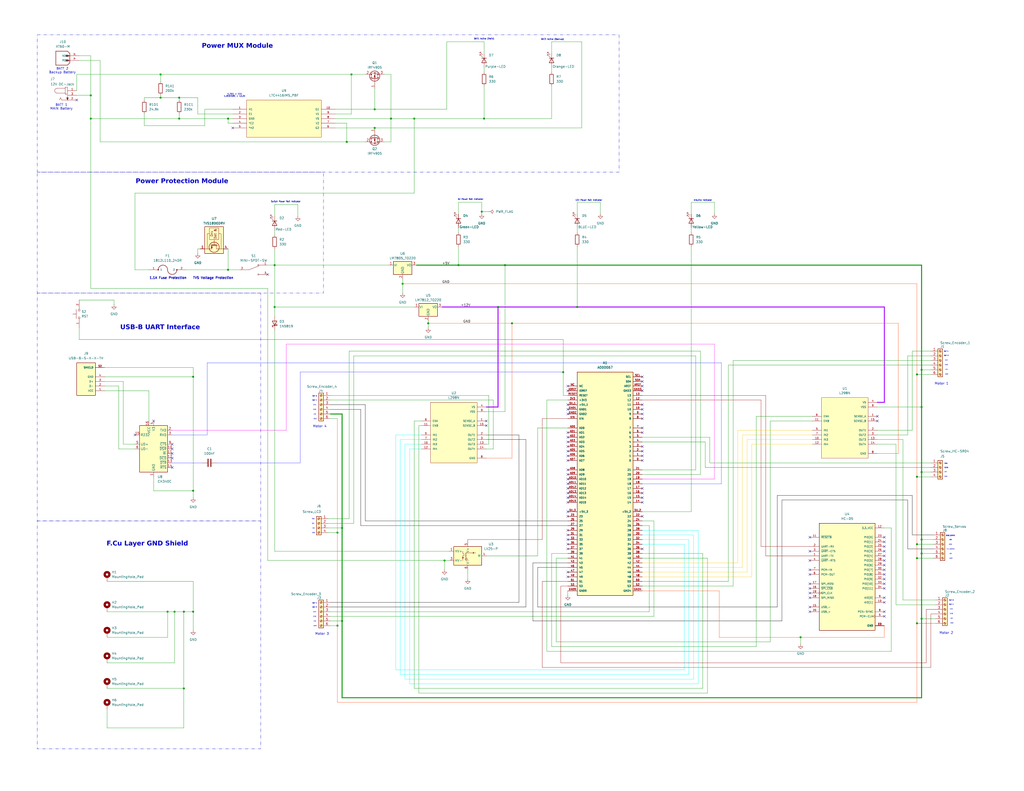
<source format=kicad_sch>
(kicad_sch (version 20250114) (generator "eeschema") (generator_version "9.0")
  (paper "C")
  (title_block (title "Robot Schematic Circuit") (date "5/02/2025") (rev "06") (company "Southern Utah University | AI & ML LAB") (comment 1 "ahmedamin@suumail.com") (comment 2 "Ahmed Amin - Embedded Systems & Electronics Engineer"))
  (lib_symbols
    (symbol "1812L110_24DR:1812L110_24DR" (pin_names (offset 1.016))
      (property "Reference" "F" (at -5.0862 3.8147 0))
      (property "Value" "1812L110_24DR" (at -5.0984 -3.8238 0))
      (symbol "1812L110_24DR_0_0"
        (pin passive line (at -10.16 0 0) (length 5.08) (name "1") (number "1"))
        (pin passive line (at 10.16 0 180) (length 5.08) (name "2") (number "2"))
      )
    )
    (symbol "A000067:A000067" (pin_names (offset 1.016))
      (property "Reference" "A1" (at 0 66.04 0))
      (property "Value" "A000067" (at 0 63.5 0))
      (symbol "A000067_0_0"
        (pin passive line (at -20.32 53.34 0) (length 5.08) (name "NC") (number "NC"))
        (pin passive line (at -20.32 50.8 0) (length 5.08) (name "IOREF") (number "IOREF"))
        (pin passive line (at -20.32 48.26 0) (length 5.08) (name "RESET") (number "RESET"))
        (pin passive line (at -20.32 43.18 0) (length 5.08) (name "+5V_1") (number "5V_1"))
        (pin passive line (at -20.32 40.64 0) (length 5.08) (name "GND1") (number "GND1"))
        (pin passive line (at -20.32 38.1 0) (length 5.08) (name "GND2") (number "GND2"))
        (pin passive line (at -20.32 35.56 0) (length 5.08) (name "VIN") (number "VIN"))
        (pin passive line (at -20.32 30.48 0) (length 5.08) (name "AD0") (number "AD0"))
        (pin passive line (at -20.32 27.94 0) (length 5.08) (name "AD1") (number "AD1"))
        (pin passive line (at -20.32 25.4 0) (length 5.08) (name "AD2") (number "AD2"))
        (pin passive line (at -20.32 22.86 0) (length 5.08) (name "AD3") (number "AD3"))
        (pin passive line (at -20.32 20.32 0) (length 5.08) (name "AD4") (number "AD4"))
        (pin passive line (at -20.32 17.78 0) (length 5.08) (name "AD5") (number "AD5"))
        (pin passive line (at -20.32 15.24 0) (length 5.08) (name "AD6") (number "AD6"))
        (pin passive line (at -20.32 12.7 0) (length 5.08) (name "AD7") (number "AD7"))
        (pin passive line (at -20.32 7.62 0) (length 5.08) (name "AD8") (number "AD8"))
        (pin passive line (at -20.32 5.08 0) (length 5.08) (name "AD9") (number "AD9"))
        (pin passive line (at -20.32 2.54 0) (length 5.08) (name "AD10") (number "AD10"))
        (pin passive line (at -20.32 0 0) (length 5.08) (name "AD11") (number "AD11"))
        (pin passive line (at -20.32 -2.54 0) (length 5.08) (name "AD12") (number "AD12"))
        (pin passive line (at -20.32 -5.08 0) (length 5.08) (name "AD13") (number "AD13"))
        (pin passive line (at -20.32 -7.62 0) (length 5.08) (name "AD14") (number "AD14"))
        (pin passive line (at -20.32 -10.16 0) (length 5.08) (name "AD15") (number "AD15"))
        (pin passive line (at -20.32 -15.24 0) (length 5.08) (name "+5V_3") (number "5V_3"))
        (pin passive line (at -20.32 -17.78 0) (length 5.08) (name "23") (number "23"))
        (pin passive line (at -20.32 -20.32 0) (length 5.08) (name "25") (number "25"))
        (pin passive line (at -20.32 -22.86 0) (length 5.08) (name "27") (number "27"))
        (pin passive line (at -20.32 -25.4 0) (length 5.08) (name "29") (number "29"))
        (pin passive line (at -20.32 -27.94 0) (length 5.08) (name "31") (number "31"))
        (pin passive line (at -20.32 -30.48 0) (length 5.08) (name "33") (number "33"))
        (pin passive line (at -20.32 -33.02 0) (length 5.08) (name "35") (number "35"))
        (pin passive line (at -20.32 -35.56 0) (length 5.08) (name "37") (number "37"))
        (pin passive line (at -20.32 -38.1 0) (length 5.08) (name "39") (number "39"))
        (pin passive line (at -20.32 -40.64 0) (length 5.08) (name "41") (number "41"))
        (pin passive line (at -20.32 -43.18 0) (length 5.08) (name "43") (number "43"))
        (pin passive line (at -20.32 -45.72 0) (length 5.08) (name "45") (number "45"))
        (pin passive line (at -20.32 -48.26 0) (length 5.08) (name "47") (number "47"))
        (pin passive line (at -20.32 -50.8 0) (length 5.08) (name "49") (number "49"))
        (pin passive line (at -20.32 -53.34 0) (length 5.08) (name "51") (number "51"))
        (pin passive line (at -20.32 -55.88 0) (length 5.08) (name "53") (number "53"))
        (pin passive line (at -20.32 -58.42 0) (length 5.08) (name "GND5") (number "GND5"))
        (pin passive line (at 20.32 58.42 180) (length 5.08) (name "SCL") (number "SCL"))
        (pin passive line (at 20.32 55.88 180) (length 5.08) (name "SDA") (number "SDA"))
        (pin passive line (at 20.32 53.34 180) (length 5.08) (name "AREF") (number "AREF"))
        (pin passive line (at 20.32 50.8 180) (length 5.08) (name "GND3") (number "GND3"))
        (pin passive line (at 20.32 48.26 180) (length 5.08) (name "13") (number "13"))
        (pin passive line (at 20.32 45.72 180) (length 5.08) (name "12") (number "12"))
        (pin passive line (at 20.32 43.18 180) (length 5.08) (name "11") (number "11"))
        (pin passive line (at 20.32 40.64 180) (length 5.08) (name "10") (number "10"))
        (pin passive line (at 20.32 38.1 180) (length 5.08) (name "9") (number "9"))
        (pin passive line (at 20.32 35.56 180) (length 5.08) (name "8") (number "8"))
        (pin passive line (at 20.32 30.48 180) (length 5.08) (name "7") (number "7"))
        (pin passive line (at 20.32 27.94 180) (length 5.08) (name "6") (number "6"))
        (pin passive line (at 20.32 25.4 180) (length 5.08) (name "5") (number "5"))
        (pin passive line (at 20.32 22.86 180) (length 5.08) (name "4") (number "4"))
        (pin passive line (at 20.32 20.32 180) (length 5.08) (name "3") (number "3"))
        (pin passive line (at 20.32 17.78 180) (length 5.08) (name "2") (number "2"))
        (pin passive line (at 20.32 15.24 180) (length 5.08) (name "1") (number "1"))
        (pin passive line (at 20.32 12.7 180) (length 5.08) (name "0") (number "0"))
        (pin passive line (at 20.32 7.62 180) (length 5.08) (name "21") (number "21"))
        (pin passive line (at 20.32 5.08 180) (length 5.08) (name "20") (number "20"))
        (pin passive line (at 20.32 2.54 180) (length 5.08) (name "19") (number "19"))
        (pin passive line (at 20.32 0 180) (length 5.08) (name "18") (number "18"))
        (pin passive line (at 20.32 -2.54 180) (length 5.08) (name "17") (number "17"))
        (pin passive line (at 20.32 -5.08 180) (length 5.08) (name "16") (number "16"))
        (pin passive line (at 20.32 -7.62 180) (length 5.08) (name "15") (number "15"))
        (pin passive line (at 20.32 -10.16 180) (length 5.08) (name "14") (number "14"))
        (pin passive line (at 20.32 -15.24 180) (length 5.08) (name "+5V_2") (number "5V_2"))
        (pin passive line (at 20.32 -17.78 180) (length 5.08) (name "22") (number "22"))
        (pin passive line (at 20.32 -20.32 180) (length 5.08) (name "24") (number "24"))
        (pin passive line (at 20.32 -22.86 180) (length 5.08) (name "26") (number "26"))
        (pin passive line (at 20.32 -25.4 180) (length 5.08) (name "28") (number "28"))
        (pin passive line (at 20.32 -27.94 180) (length 5.08) (name "30") (number "30"))
        (pin passive line (at 20.32 -30.48 180) (length 5.08) (name "32") (number "32"))
        (pin passive line (at 20.32 -33.02 180) (length 5.08) (name "34") (number "34"))
        (pin passive line (at 20.32 -35.56 180) (length 5.08) (name "36") (number "36"))
        (pin passive line (at 20.32 -38.1 180) (length 5.08) (name "38") (number "38"))
        (pin passive line (at 20.32 -40.64 180) (length 5.08) (name "40") (number "40"))
        (pin passive line (at 20.32 -43.18 180) (length 5.08) (name "42") (number "42"))
        (pin passive line (at 20.32 -45.72 180) (length 5.08) (name "44") (number "44"))
        (pin passive line (at 20.32 -48.26 180) (length 5.08) (name "46") (number "46"))
        (pin passive line (at 20.32 -50.8 180) (length 5.08) (name "48") (number "48"))
        (pin passive line (at 20.32 -53.34 180) (length 5.08) (name "50") (number "50"))
        (pin passive line (at 20.32 -55.88 180) (length 5.08) (name "52") (number "52"))
        (pin passive line (at 20.32 -58.42 180) (length 5.08) (name "GND4") (number "GND4"))
      )
      (symbol "A000067_1_0"
        (pin power_out line (at -20.32 45.72 0) (length 5.08) (name "+3V3") (number "3V3"))
      )
    )
    (symbol "BUTT-2:BUTT-2" (pin_names (offset 1.016))
      (property "Reference" "S" (at -5.08 3.81 0))
      (property "Value" "BUTT-2" (at -5.08 -3.81 0))
      (symbol "BUTT-2_0_0"
        (pin passive line (at -7.62 0 0) (length 5.08) (name "~") (number "1"))
        (pin passive line (at 7.62 0 180) (length 5.08) (name "~") (number "2"))
      )
    )
    (symbol "Connector:Screw_Terminal_01x04" (pin_names (offset 1.016) (hide yes))
      (property "Reference" "J" (at 0 5.08 0))
      (property "Value" "Screw_Terminal_01x04" (at 0 -7.62 0))
      (symbol "Screw_Terminal_01x04_1_1"
        (pin passive line (at -5.08 2.54 0) (length 3.81) (name "Pin_1") (number "1"))
        (pin passive line (at -5.08 0 0) (length 3.81) (name "Pin_2") (number "2"))
        (pin passive line (at -5.08 -2.54 0) (length 3.81) (name "Pin_3") (number "3"))
        (pin passive line (at -5.08 -5.08 0) (length 3.81) (name "Pin_4") (number "4"))
      )
    )
    (symbol "Connector:Screw_Terminal_01x06" (pin_names (offset 1.016) (hide yes))
      (property "Reference" "J" (at 0 7.62 0))
      (property "Value" "Screw_Terminal_01x06" (at 0 -10.16 0))
      (symbol "Screw_Terminal_01x06_1_1"
        (pin passive line (at -5.08 5.08 0) (length 3.81) (name "Pin_1") (number "1"))
        (pin passive line (at -5.08 2.54 0) (length 3.81) (name "Pin_2") (number "2"))
        (pin passive line (at -5.08 0 0) (length 3.81) (name "Pin_3") (number "3"))
        (pin passive line (at -5.08 -2.54 0) (length 3.81) (name "Pin_4") (number "4"))
        (pin passive line (at -5.08 -5.08 0) (length 3.81) (name "Pin_5") (number "5"))
        (pin passive line (at -5.08 -7.62 0) (length 3.81) (name "Pin_6") (number "6"))
      )
    )
    (symbol "DCJ200-10-A-XX-K_REVA:DCJ200-10-A-XX-K_REVA" (pin_names (offset 1.016))
      (property "Reference" "J" (at -7.6272 5.0848 0))
      (property "Value" "DCJ200-10-A-XX-K_REVA" (at -7.6313 -5.0875 0))
      (symbol "DCJ200-10-A-XX-K_REVA_0_0"
        (pin passive line (at 5.08 2.54 180) (length 5.08) (name "~") (number "1"))
        (pin passive line (at 5.08 0 180) (length 5.08) (name "~") (number "3"))
        (pin passive line (at 5.08 -2.54 180) (length 5.08) (name "~") (number "2"))
      )
    )
    (symbol "Device:C" (pin_numbers (hide yes)) (pin_names (offset 0.254))
      (property "Reference" "C" (at 0.635 2.54 0))
      (property "Value" "C" (at 0.635 -2.54 0))
      (symbol "C_1_1"
        (pin passive line (at 0 3.81 270) (length 2.794) (name "~") (number "1"))
        (pin passive line (at 0 -3.81 90) (length 2.794) (name "~") (number "2"))
      )
    )
    (symbol "Device:LED" (pin_numbers (hide yes)) (pin_names (offset 1.016) (hide yes))
      (property "Reference" "D" (at 0 2.54 0))
      (property "Value" "LED" (at 0 -2.54 0))
      (symbol "LED_1_1"
        (pin passive line (at -3.81 0 0) (length 2.54) (name "K") (number "1"))
        (pin passive line (at 3.81 0 180) (length 2.54) (name "A") (number "2"))
      )
    )
    (symbol "Device:R" (pin_numbers (hide yes)) (pin_names (offset 0))
      (property "Reference" "R" (at 2.032 0 90))
      (property "Value" "R" (at 0 0 90))
      (symbol "R_1_1"
        (pin passive line (at 0 3.81 270) (length 1.27) (name "~") (number "1"))
        (pin passive line (at 0 -3.81 90) (length 1.27) (name "~") (number "2"))
      )
    )
    (symbol "Diode:1N5819" (pin_numbers (hide yes)) (pin_names (offset 1.016) (hide yes))
      (property "Reference" "D" (at 0 2.54 0))
      (property "Value" "1N5819" (at 0 -2.54 0))
      (symbol "1N5819_1_1"
        (pin passive line (at -3.81 0 0) (length 2.54) (name "K") (number "1"))
        (pin passive line (at 3.81 0 180) (length 2.54) (name "A") (number "2"))
      )
    )
    (symbol "HC-05:HC-05" (pin_names (offset 1.016))
      (property "Reference" "U" (at -15.24 31.115 0))
      (property "Value" "HC-05" (at -15.24 -30.48 0))
      (symbol "HC-05_0_0"
        (pin input line (at -20.32 22.86 0) (length 5.08) (name "~{RESETB}") (number "11"))
        (pin input line (at -20.32 17.78 0) (length 5.08) (name "UART-RX") (number "2"))
        (pin input line (at -20.32 15.24 0) (length 5.08) (name "~{UART}-CTS") (number "3"))
        (pin output line (at -20.32 12.7 0) (length 5.08) (name "UART-TX") (number "1"))
        (pin output line (at -20.32 10.16 0) (length 5.08) (name "~{UART}-RTS") (number "4"))
        (pin input line (at -20.32 5.08 0) (length 5.08) (name "PCM-IN") (number "7"))
        (pin output line (at -20.32 2.54 0) (length 5.08) (name "PCM-OUT") (number "6"))
        (pin input line (at -20.32 -2.54 0) (length 5.08) (name "SPI_MOSI") (number "17"))
        (pin input line (at -20.32 -5.08 0) (length 5.08) (name "~{SPI_CSB}") (number "16"))
        (pin input clock (at -20.32 -7.62 0) (length 5.08) (name "SPI_CLK") (number "19"))
        (pin output line (at -20.32 -10.16 0) (length 5.08) (name "SPI_MISO") (number "18"))
        (pin bidirectional line (at -20.32 -15.24 0) (length 5.08) (name "USB_-") (number "15"))
        (pin bidirectional line (at -20.32 -17.78 0) (length 5.08) (name "USB_+") (number "20"))
        (pin power_in line (at 20.32 27.94 180) (length 5.08) (name "3.3_VCC") (number "12"))
        (pin bidirectional line (at 20.32 22.86 180) (length 5.08) (name "PIO[0]") (number "23"))
        (pin bidirectional line (at 20.32 20.32 180) (length 5.08) (name "PIO[1]") (number "24"))
        (pin bidirectional line (at 20.32 17.78 180) (length 5.08) (name "PIO[2]") (number "25"))
        (pin bidirectional line (at 20.32 15.24 180) (length 5.08) (name "PIO[3]") (number "26"))
        (pin bidirectional line (at 20.32 12.7 180) (length 5.08) (name "PIO[4]") (number "27"))
        (pin bidirectional line (at 20.32 10.16 180) (length 5.08) (name "PIO[5]") (number "28"))
        (pin bidirectional line (at 20.32 7.62 180) (length 5.08) (name "PIO[6]") (number "29"))
        (pin bidirectional line (at 20.32 5.08 180) (length 5.08) (name "PIO[7]") (number "30"))
        (pin bidirectional line (at 20.32 2.54 180) (length 5.08) (name "PIO[8]") (number "31"))
        (pin bidirectional line (at 20.32 0 180) (length 5.08) (name "PIO[9]") (number "32"))
        (pin bidirectional line (at 20.32 -2.54 180) (length 5.08) (name "PIO[10]") (number "33"))
        (pin bidirectional line (at 20.32 -5.08 180) (length 5.08) (name "PIO[11]") (number "34"))
        (pin bidirectional line (at 20.32 -10.16 180) (length 5.08) (name "AIO[0]") (number "9"))
        (pin bidirectional line (at 20.32 -12.7 180) (length 5.08) (name "AIO[1]") (number "10"))
        (pin bidirectional line (at 20.32 -17.78 180) (length 5.08) (name "PCN-SYNC") (number "8"))
        (pin bidirectional clock (at 20.32 -20.32 180) (length 5.08) (name "PCM-CLK") (number "5"))
        (pin power_in line (at 20.32 -25.4 180) (length 5.08) (name "GND") (number "13"))
        (pin power_in line (at 20.32 -25.4 180) (length 5.08) (name "GND") (number "21"))
        (pin power_in line (at 20.32 -25.4 180) (length 5.08) (name "GND") (number "22"))
      )
    )
    (symbol "Interface_USB:CH340C"
      (property "Reference" "U8" (at 2.1433 -15.24 0))
      (property "Value" "CH340C" (at 2.1433 -17.78 0))
      (symbol "CH340C_1_1"
        (pin input line (at -10.16 7.62 0) (length 2.54) (name "R232") (number "15"))
        (pin bidirectional line (at -10.16 2.54 0) (length 2.54) (name "UD+") (number "5"))
        (pin bidirectional line (at -10.16 0 0) (length 2.54) (name "UD-") (number "6"))
        (pin no_connect line (at -7.62 -5.08 0) (length 2.54) (hide yes) (name "NC") (number "7"))
        (pin no_connect line (at -7.62 -7.62 0) (length 2.54) (hide yes) (name "NC") (number "8"))
        (pin passive line (at -2.54 15.24 270) (length 2.54) (name "VCC") (number "16"))
        (pin power_out line (at 0 15.24 270) (length 2.54) (name "V3") (number "4"))
        (pin power_in line (at 0 -15.24 90) (length 2.54) (name "GND") (number "1"))
        (pin output line (at 10.16 10.16 180) (length 2.54) (name "TXD") (number "2"))
        (pin input line (at 10.16 7.62 180) (length 2.54) (name "RXD") (number "3"))
        (pin input line (at 10.16 2.54 180) (length 2.54) (name "~{CTS}") (number "9"))
        (pin input line (at 10.16 0 180) (length 2.54) (name "~{DSR}") (number "10"))
        (pin input line (at 10.16 -2.54 180) (length 2.54) (name "~{RI}") (number "11"))
        (pin input line (at 10.16 -5.08 180) (length 2.54) (name "~{DCD}") (number "12"))
        (pin output line (at 10.16 -7.62 180) (length 2.54) (name "~{DTR}") (number "13"))
        (pin output line (at 10.16 -10.16 180) (length 2.54) (name "~{RTS}") (number "14"))
      )
    )
    (symbol "L298N:L298N" (pin_names (offset 1.016))
      (property "Reference" "U" (at -12.7 20.32 0))
      (property "Value" "L298N" (at -12.7 -20.32 0))
      (symbol "L298N_0_0"
        (pin input line (at -17.78 7.62 0) (length 5.08) (name "ENA") (number "6"))
        (pin input line (at -17.78 5.08 0) (length 5.08) (name "ENB") (number "11"))
        (pin input line (at -17.78 0 0) (length 5.08) (name "IN1") (number "5"))
        (pin input line (at -17.78 -2.54 0) (length 5.08) (name "IN2") (number "7"))
        (pin input line (at -17.78 -5.08 0) (length 5.08) (name "IN3") (number "10"))
        (pin input line (at -17.78 -7.62 0) (length 5.08) (name "IN4") (number "12"))
        (pin power_in line (at 17.78 15.24 180) (length 5.08) (name "VS") (number "4"))
        (pin input line (at 17.78 12.7 180) (length 5.08) (name "VSS") (number "9"))
        (pin passive line (at 17.78 7.62 180) (length 5.08) (name "SENSE_A") (number "1"))
        (pin passive line (at 17.78 5.08 180) (length 5.08) (name "SENSE_B") (number "15"))
        (pin output line (at 17.78 0 180) (length 5.08) (name "OUT1") (number "2"))
        (pin output line (at 17.78 -2.54 180) (length 5.08) (name "OUT2") (number "3"))
        (pin output line (at 17.78 -5.08 180) (length 5.08) (name "OUT3") (number "13"))
        (pin output line (at 17.78 -7.62 180) (length 5.08) (name "OUT4") (number "14"))
        (pin power_in line (at 17.78 -12.7 180) (length 5.08) (name "GND") (number "8"))
      )
    )
    (symbol "LTC4416IMS_PBF:LTC4416IMS_PBF" (pin_names (offset 1.016))
      (property "Reference" "U" (at 23.2623 9.1369 0))
      (property "Value" "LTC4416IMS_PBF" (at 22.6495 6.5987 0))
      (symbol "LTC4416IMS_PBF_0_0"
        (pin output line (at 0 0 0) (length 7.62) (name "H1") (number "1"))
        (pin input line (at 0 -2.54 0) (length 7.62) (name "E1") (number "2"))
        (pin power_in line (at 0 -5.08 0) (length 7.62) (name "GND") (number "3"))
        (pin input line (at 0 -7.62 0) (length 7.62) (name "*E2") (number "4"))
        (pin input line (at 0 -10.16 0) (length 7.62) (name "*H2") (number "5"))
        (pin passive line (at 55.88 0 180) (length 7.62) (name "G1") (number "10"))
        (pin input line (at 55.88 -2.54 180) (length 7.62) (name "V1") (number "9"))
        (pin input line (at 55.88 -5.08 180) (length 7.62) (name "VS") (number "8"))
        (pin input line (at 55.88 -7.62 180) (length 7.62) (name "V2") (number "7"))
        (pin passive line (at 55.88 -10.16 180) (length 7.62) (name "G2") (number "6"))
      )
    )
    (symbol "MINI-SPDT-SW:MINI-SPDT-SW" (pin_names (offset 1.016))
      (property "Reference" "S" (at -2.54 5.08 0))
      (property "Value" "MINI-SPDT-SW" (at -2.54 -5.08 0))
      (symbol "MINI-SPDT-SW_0_0"
        (pin passive line (at -7.62 0 0) (length 2.54) (name "~") (number "2"))
        (pin passive line (at 7.62 2.54 180) (length 2.54) (name "~") (number "1"))
        (pin passive line (at 7.62 -2.54 180) (length 2.54) (name "~") (number "3"))
      )
    )
    (symbol "Mechanical:MountingHole_Pad" (pin_numbers (hide yes)) (pin_names (offset 1.016) (hide yes)) (in_bom no)
      (property "Reference" "H" (at 0 6.35 0))
      (property "Value" "MountingHole_Pad" (at 0 4.445 0))
      (symbol "MountingHole_Pad_1_1"
        (pin input line (at 0 -2.54 90) (length 2.54) (name "1") (number "1"))
      )
    )
    (symbol "Power_Protection:TVS1800DRV" (pin_names (offset 0) (hide yes))
      (property "Reference" "U" (at 2.54 1.27 0))
      (property "Value" "TVS1800DRV" (at 2.54 -1.27 0))
      (symbol "TVS1800DRV_0_0"
        (text "Det &" (at -8.255 0.635 0) (effects (font (size 1.27 1.27))))
        (text "Drv" (at -8.255 -1.27 0) (effects (font (size 1.27 1.27))))
      )
      (symbol "TVS1800DRV_1_1"
        (pin passive line (at 0 7.62 270) (length 2.54) (name "IN") (number "4"))
        (pin passive line (at 0 7.62 270) (length 2.54) (hide yes) (name "IN") (number "5"))
        (pin passive line (at 0 7.62 270) (length 2.54) (hide yes) (name "IN") (number "6"))
        (pin power_in line (at 0 -7.62 90) (length 2.54) (name "GND") (number "1"))
        (pin passive line (at 0 -7.62 90) (length 2.54) (hide yes) (name "GND") (number "2"))
        (pin passive line (at 0 -7.62 90) (length 2.54) (hide yes) (name "GND") (number "3"))
        (pin passive line (at 0 -7.62 90) (length 2.54) (hide yes) (name "GND") (number "7"))
      )
    )
    (symbol "Regulator_Linear:LM7805_TO220" (pin_names (offset 0.254))
      (property "Reference" "U6" (at 0 6.35 0))
      (property "Value" "LM7805_TO220" (at 0 3.81 0))
      (symbol "LM7805_TO220_1_1"
        (pin passive line (at -7.62 0 0) (length 2.54) (name "VI") (number "1"))
        (pin power_in line (at 0 -7.62 90) (length 2.54) (name "GND") (number "2"))
        (pin power_out line (at 7.62 0 180) (length 2.54) (name "VO") (number "3"))
      )
    )
    (symbol "Regulator_Linear:LM7812_TO220" (pin_names (offset 0.254))
      (property "Reference" "U5" (at 0 6.35 0))
      (property "Value" "LM7812_TO220" (at 0 3.81 0))
      (symbol "LM7812_TO220_1_1"
        (pin passive line (at -7.62 0 0) (length 2.54) (name "VI") (number "1"))
        (pin power_in line (at 0 -7.62 90) (length 2.54) (name "GND") (number "2"))
        (pin power_out line (at 7.62 0 180) (length 2.54) (name "VO") (number "3"))
      )
    )
    (symbol "Sensor_Voltage:LV25-P"
      (property "Reference" "U3" (at 12.7 6.4202 0))
      (property "Value" "LV25-P" (at 12.7 3.8802 0))
      (symbol "LV25-P_1_1"
        (pin input line (at -10.16 2.54 0) (length 2.54) (name "HV+") (number "1"))
        (pin input line (at -10.16 -2.54 0) (length 2.54) (name "HV-") (number "3"))
        (pin passive line (at 0 7.62 270) (length 2.54) (name "V+") (number "5"))
        (pin power_in line (at 0 -7.62 90) (length 2.54) (name "V-") (number "6"))
        (pin output line (at 10.16 0 180) (length 2.54) (name "M") (number "4"))
      )
    )
    (symbol "Transistor_FET:IRF4905" (pin_names (hide yes))
      (property "Reference" "Q" (at 5.08 1.905 0))
      (property "Value" "IRF4905" (at 5.08 0 0))
      (symbol "IRF4905_1_1"
        (pin input line (at -5.08 0 0) (length 2.54) (name "G") (number "1"))
        (pin passive line (at 2.54 5.08 270) (length 2.54) (name "D") (number "2"))
        (pin passive line (at 2.54 -5.08 90) (length 2.54) (name "S") (number "3"))
      )
    )
    (symbol "USB-B-S-X-X-TH:USB-B-S-X-X-TH" (pin_names (offset 1.016))
      (property "Reference" "J9" (at 0 -15.24 0))
      (property "Value" "USB-B-S-X-X-TH" (at 0 -12.7 0))
      (symbol "USB-B-S-X-X-TH_0_0"
        (pin bidirectional line (at -10.16 2.54 0) (length 5.08) (name "D-") (number "2"))
        (pin bidirectional line (at -10.16 0 0) (length 5.08) (name "D+") (number "3"))
        (pin power_in line (at -10.16 -2.54 0) (length 5.08) (name "GND") (number "4"))
        (pin passive line (at -10.16 -7.62 0) (length 5.08) (name "SHIELD") (number "S1"))
        (pin passive line (at -10.16 -7.62 0) (length 5.08) (name "SHIELD") (number "S2"))
      )
      (symbol "USB-B-S-X-X-TH_1_0"
        (pin passive line (at -10.16 5.08 0) (length 5.08) (name "VCC") (number "1"))
      )
    )
    (symbol "XT60-M:XT60-M" (pin_names (offset 1.016))
      (property "Reference" "J" (at 0 6.35 0))
      (property "Value" "XT60-M" (at 0 -5.08 0))
      (symbol "XT60-M_0_0"
        (pin passive line (at -5.08 2.54 0) (length 5.08) (name "POS") (number "P"))
        (pin passive line (at -5.08 0 0) (length 5.08) (name "NEG") (number "N"))
      )
    )
    (symbol "power:GND" (power) (pin_numbers (hide yes)) (pin_names (offset 0) (hide yes))
      (property "Value" "GND" (at 0 -3.81 0))
      (symbol "GND_1_1"
        (pin power_in line (at 0 0 270) (length 0) (name "~") (number "1"))
      )
    )
    (symbol "power:PWR_FLAG" (power) (pin_numbers (hide yes)) (pin_names (offset 0) (hide yes))
      (property "Value" "PWR_FLAG" (at 0 3.81 0))
      (symbol "PWR_FLAG_0_0"
        (pin power_out line (at 0 0 90) (length 0) (name "~") (number "1"))
      )
    )
  )
  (rectangle (start 20.32 93.98) (end 176.53 160.02) (stroke (width 0) (type dash_dot_dot)))
  (rectangle (start 20.32 19.05) (end 337.82 93.98) (stroke (width 0) (type dash_dot_dot)))
  (rectangle (start 20.32 284.48) (end 142.24 408.94) (stroke (width 0) (type dash_dot_dot)))
  (rectangle (start 20.32 160.02) (end 142.24 284.48) (stroke (width 0) (type dash_dot_dot)))
  (text "SCL" (at 170.942 286.004 0) (effects (font (size 0.508 0.508) (thickness 0.0635))))
  (text "+5V" (at 170.942 288.544 0) (effects (font (size 0.508 0.508) (thickness 0.0635))))
  (text "5V Power Rail Indicator" (at 256.794 108.966 0) (effects (font (size 0.762 0.762) (thickness 0.1524) (bold yes))))
  (text "GND" (at 516.636 204.47 0) (effects (font (size 0.508 0.508) (thickness 0.0635))))
  (text "BATT 2\nBackup Battery" (at 34.036 38.608 0) (effects (font (size 1.27 1.27))))
  (text "OUT 4" (at 171.704 218.694 0) (effects (font (size 0.508 0.508) (thickness 0.254) (bold yes))))
  (text "BAT1 Active (Main)" (at 264.16 21.336 0) (effects (font (size 0.762 0.762) (thickness 0.1524) (bold yes))))
  (text "+5V" (at 516.382 201.93 0) (effects (font (size 0.508 0.508) (thickness 0.0635))))
  (text "CHB\n" (at 519.176 335.28 0) (effects (font (size 0.508 0.508) (thickness 0.0635))))
  (text "F.Cu Layer GND Shield " (at 81.026 297.688 0) (effects (font (size 2.54 2.54) (thickness 0.381) (bold yes))))
  (text "GND" (at 171.958 341.884 0) (effects (font (size 0.508 0.508) (thickness 0.0635))))
  (text "Power Protection Module" (at 99.314 99.822 0) (effects (font (size 2.54 2.54) (thickness 0.381) (bold yes))))
  (text "CHB\n" (at 171.704 336.804 0) (effects (font (size 0.508 0.508) (thickness 0.0635))))
  (text "GND" (at 519.43 340.36 0) (effects (font (size 0.508 0.508) (thickness 0.0635))))
  (text "CHB\n" (at 171.704 223.774 0) (effects (font (size 0.508 0.508) (thickness 0.0635))))
  (text "+5V" (at 515.874 257.81 0) (effects (font (size 0.508 0.508) (thickness 0.0635))))
  (text "ECHO" (at 516.382 255.524 0) (effects (font (size 0.508 0.508) (thickness 0.254) (bold yes))))
  (text "USB-B UART Interface" (at 87.376 179.578 0) (effects (font (size 2.54 2.54) (thickness 0.381) (bold yes))))
  (text "OUT 1" (at 171.704 329.438 0) (effects (font (size 0.508 0.508) (thickness 0.254) (bold yes))))
  (text "Motor 3\n" (at 175.768 346.202 0) (effects (font (size 1.27 1.27))))
  (text "GND" (at 518.668 297.434 0) (effects (font (size 0.508 0.508) (thickness 0.0635))))
  (text "Switch Power Rail Indicator" (at 155.956 110.236 0) (effects (font (size 0.762 0.762) (thickness 0.1524) (bold yes))))
  (text "OUT 2" (at 171.704 331.724 0) (effects (font (size 0.508 0.508) (thickness 0.254) (bold yes))))
  (text "Power MUX Module" (at 129.54 25.908 0) (effects (font (size 2.54 2.54) (thickness 0.381) (bold yes))))
  (text "+5V" (at 171.704 226.314 0) (effects (font (size 0.508 0.508) (thickness 0.0635))))
  (text "CHA" (at 519.176 332.74 0) (effects (font (size 0.508 0.508) (thickness 0.0635))))
  (text "CHA" (at 171.704 221.234 0) (effects (font (size 0.508 0.508) (thickness 0.0635))))
  (text "OUT 3" (at 519.176 327.914 0) (effects (font (size 0.508 0.508) (thickness 0.254) (bold yes))))
  (text "CHA" (at 516.382 196.85 0) (effects (font (size 0.508 0.508) (thickness 0.0635))))
  (text "12V Power Rail Indicator" (at 321.31 109.474 0) (effects (font (size 0.762 0.762) (thickness 0.1524) (bold yes))))
  (text "+5V" (at 519.176 337.82 0) (effects (font (size 0.508 0.508) (thickness 0.0635))))
  (text "BAT2 Active (Backup)" (at 301.498 21.59 0) (effects (font (size 0.762 0.762) (thickness 0.1524) (bold yes))))
  (text "TILT_SERVO" (at 518.668 299.974 0) (effects (font (size 0.508 0.508) (thickness 0.0635))))
  (text "+5V" (at 518.668 302.514 0) (effects (font (size 0.508 0.508) (thickness 0.0635))))
  (text "SDA" (at 170.942 283.464 0) (effects (font (size 0.508 0.508) (thickness 0.0635))))
  (text "V_FAIL = 11V\nV_RESTORE = 12.2V" (at 128.016 52.07 0) (effects (font (size 0.762 0.762))))
  (text "+5V" (at 171.704 339.344 0) (effects (font (size 0.508 0.508) (thickness 0.0635))))
  (text "TVS Voltage Protection" (at 116.332 151.892 0) (effects (font (size 1.27 1.27) (thickness 0.254) (bold yes))))
  (text "OUT 1" (at 516.382 192.024 0) (effects (font (size 0.508 0.508) (thickness 0.254) (bold yes))))
  (text "Arduino Indicator" (at 383.54 109.474 0) (effects (font (size 0.762 0.762) (thickness 0.1524) (bold yes))))
  (text "+5V" (at 518.668 294.894 0) (effects (font (size 0.508 0.508) (thickness 0.254) (bold yes))))
  (text "GND" (at 518.922 305.054 0) (effects (font (size 0.508 0.508) (thickness 0.0635))))
  (text "1.1A Fuse Protection" (at 91.694 151.892 0) (effects (font (size 1.27 1.27) (thickness 0.254) (bold yes))))
  (text "Motor 1" (at 513.842 209.55 0) (effects (font (size 1.27 1.27))))
  (text "BATT 1\nMAIN Battery\n" (at 33.528 58.42 0) (effects (font (size 1.27 1.27))))
  (text "CHB\n" (at 516.382 199.39 0) (effects (font (size 0.508 0.508) (thickness 0.0635))))
  (text "Motor 2" (at 516.382 345.694 0) (effects (font (size 1.27 1.27))))
  (text "Motor 4\n\n" (at 174.498 233.934 0) (effects (font (size 1.27 1.27))))
  (text "OUT 2" (at 516.382 194.31 0) (effects (font (size 0.508 0.508) (thickness 0.254) (bold yes))))
  (text "OUT 4" (at 519.176 330.2 0) (effects (font (size 0.508 0.508) (thickness 0.254) (bold yes))))
  (text "CHA" (at 171.704 334.264 0) (effects (font (size 0.508 0.508) (thickness 0.0635))))
  (text "GND" (at 171.196 291.084 0) (effects (font (size 0.508 0.508) (thickness 0.0635))))
  (text "GND" (at 516.128 260.35 0) (effects (font (size 0.508 0.508) (thickness 0.0635))))
  (text "TRIG" (at 516.128 253.238 0) (effects (font (size 0.508 0.508) (thickness 0.254) (bold yes))))
  (text "BASE_SERVO" (at 518.668 292.608 0) (effects (font (size 0.508 0.508) (thickness 0.254) (bold yes))))
  (text "OUT 3" (at 171.704 216.408 0) (effects (font (size 0.508 0.508) (thickness 0.254) (bold yes))))
  (text "GND" (at 171.958 228.854 0) (effects (font (size 0.508 0.508) (thickness 0.0635))))
  (junction (at 502.92 201.93))
  (junction (at 191.77 40.64))
  (junction (at 233.68 176.53))
  (junction (at 184.15 341.63))
  (junction (at 95.25 334.01))
  (junction (at 105.41 205.74))
  (junction (at 502.92 257.81))
  (junction (at 314.96 167.64))
  (junction (at 264.16 64.77))
  (junction (at 149.86 167.64))
  (junction (at 189.23 77.47))
  (junction (at 500.38 260.35))
  (junction (at 279.4 176.53))
  (junction (at 124.46 147.32))
  (junction (at 436.88 347.98))
  (junction (at 502.92 294.64))
  (junction (at 87.63 40.64))
  (junction (at 186.69 288.29))
  (junction (at 97.79 53.34))
  (junction (at 226.06 64.77))
  (junction (at 500.38 297.18))
  (junction (at 186.69 339.09))
  (junction (at 242.57 306.07))
  (junction (at 262.89 115.57))
  (junction (at 502.92 302.26))
  (junction (at 307.34 203.2))
  (junction (at 105.41 334.01))
  (junction (at 502.92 337.82))
  (junction (at 204.47 59.69))
  (junction (at 219.71 154.94))
  (junction (at 184.15 290.83))
  (junction (at 87.63 53.34))
  (junction (at 124.46 64.77))
  (junction (at 49.53 64.77))
  (junction (at 49.53 52.07))
  (junction (at 105.41 267.97))
  (junction (at 204.47 69.85))
  (junction (at 502.92 222.25))
  (junction (at 271.78 167.64))
  (junction (at 97.79 64.77))
  (junction (at 250.19 144.78))
  (junction (at 100.33 375.92))
  (junction (at 500.38 304.8))
  (junction (at 213.36 64.77))
  (junction (at 91.44 334.01))
  (junction (at 149.86 144.78))
  (junction (at 500.38 204.47))
  (junction (at 100.33 334.01))
  (junction (at 275.59 144.78))
  (junction (at 500.38 340.36))
  (no_connect (at 482.6 295.91))
  (no_connect (at 309.88 223.52))
  (no_connect (at 309.88 220.98))
  (no_connect (at 73.66 237.49))
  (no_connect (at 309.88 266.7))
  (no_connect (at 309.88 274.32))
  (no_connect (at 350.52 223.52))
  (no_connect (at 350.52 269.24))
  (no_connect (at 309.88 246.38))
  (no_connect (at 309.88 261.62))
  (no_connect (at 482.6 300.99))
  (no_connect (at 482.6 316.23))
  (no_connect (at 41.91 54.61))
  (no_connect (at 441.96 300.99))
  (no_connect (at 482.6 328.93))
  (no_connect (at 309.88 248.92))
  (no_connect (at 309.88 292.1))
  (no_connect (at 441.96 334.01))
  (no_connect (at 265.43 232.41))
  (no_connect (at 83.82 229.87))
  (no_connect (at 350.52 213.36))
  (no_connect (at 309.88 238.76))
  (no_connect (at 93.98 247.65))
  (no_connect (at 309.88 259.08))
  (no_connect (at 482.6 311.15))
  (no_connect (at 478.79 227.33))
  (no_connect (at 350.52 226.06))
  (no_connect (at 309.88 279.4))
  (no_connect (at 482.6 326.39))
  (no_connect (at 309.88 264.16))
  (no_connect (at 350.52 299.72))
  (no_connect (at 309.88 289.56))
  (no_connect (at 478.79 229.87))
  (no_connect (at 309.88 236.22))
  (no_connect (at 441.96 311.15))
  (no_connect (at 441.96 321.31))
  (no_connect (at 482.6 313.69))
  (no_connect (at 309.88 271.78))
  (no_connect (at 350.52 228.6))
  (no_connect (at 309.88 297.18))
  (no_connect (at 309.88 299.72))
  (no_connect (at 350.52 220.98))
  (no_connect (at 309.88 281.94))
  (no_connect (at 309.88 243.84))
  (no_connect (at 350.52 208.28))
  (no_connect (at 441.96 318.77))
  (no_connect (at 482.6 308.61))
  (no_connect (at 441.96 313.69))
  (no_connect (at 482.6 303.53))
  (no_connect (at 350.52 281.94))
  (no_connect (at 482.6 293.37))
  (no_connect (at 309.88 294.64))
  (no_connect (at 350.52 210.82))
  (no_connect (at 441.96 326.39))
  (no_connect (at 309.88 241.3))
  (no_connect (at 482.6 298.45))
  (no_connect (at 93.98 255.27))
  (no_connect (at 482.6 321.31))
  (no_connect (at 482.6 306.07))
  (no_connect (at 482.6 318.77))
  (no_connect (at 350.52 243.84))
  (no_connect (at 265.43 229.87))
  (no_connect (at 350.52 271.78))
  (no_connect (at 127 69.85))
  (no_connect (at 441.96 331.47))
  (no_connect (at 93.98 242.57))
  (no_connect (at 350.52 246.38))
  (no_connect (at 350.52 274.32))
  (no_connect (at 482.6 334.01))
  (no_connect (at 309.88 210.82))
  (no_connect (at 441.96 306.07))
  (no_connect (at 441.96 323.85))
  (no_connect (at 93.98 245.11))
  (no_connect (at 309.88 213.36))
  (no_connect (at 146.05 149.86))
  (no_connect (at 350.52 248.92))
  (no_connect (at 309.88 256.54))
  (no_connect (at 350.52 251.46))
  (no_connect (at 441.96 293.37))
  (no_connect (at 309.88 269.24))
  (no_connect (at 309.88 312.42))
  (no_connect (at 350.52 233.68))
  (no_connect (at 309.88 251.46))
  (no_connect (at 309.88 314.96))
  (no_connect (at 309.88 226.06))
  (no_connect (at 350.52 205.74))
  (no_connect (at 350.52 266.7))
  (no_connect (at 350.52 236.22))
  (no_connect (at 93.98 250.19))
  (no_connect (at 482.6 336.55))
  (wire (pts (xy 295.91 294.64) (xy 295.91 228.6)) (stroke (width 0) (color 150 0 0 1)))
  (wire (pts (xy 486.41 288.29) (xy 486.41 355.6)))
  (wire (pts (xy 58.42 397.51) (xy 58.42 387.35)))
  (wire (pts (xy 184.15 383.54) (xy 184.15 341.63)) (stroke (width 0) (color 255 66 0 1)))
  (wire (pts (xy 233.68 176.53) (xy 279.4 176.53)) (stroke (width 0) (color 255 66 0 1)))
  (wire (pts (xy 378.46 370.84) (xy 378.46 292.1)) (stroke (width 0) (color 0 255 249 1)))
  (wire (pts (xy 107.95 53.34) (xy 107.95 62.23)))
  (wire (pts (xy 482.6 347.98) (xy 482.6 341.63)) (stroke (width 0) (color 255 66 0 1)))
  (wire (pts (xy 149.86 144.78) (xy 212.09 144.78)))
  (wire (pts (xy 400.05 196.85) (xy 508 196.85)))
  (wire (pts (xy 243.84 22.86) (xy 243.84 59.69)))
  (wire (pts (xy 317.5 69.85) (xy 204.47 69.85)))
  (wire (pts (xy 186.69 339.09) (xy 180.34 339.09)))
  (wire (pts (xy 223.52 373.38) (xy 223.52 245.11)) (stroke (width 0) (color 0 255 249 1)))
  (wire (pts (xy 78.74 53.34) (xy 78.74 54.61)))
  (wire (pts (xy 486.41 288.29) (xy 482.6 288.29)))
  (wire (pts (xy 265.43 240.03) (xy 287.02 240.03)) (stroke (width 0) (color 0 0 0 1)))
  (wire (pts (xy 356.87 336.55) (xy 180.34 336.55)))
  (wire (pts (xy 295.91 317.5) (xy 295.91 364.49)) (stroke (width 0) (color 150 0 0 1)))
  (wire (pts (xy 101.6 147.32) (xy 124.46 147.32)))
  (wire (pts (xy 350.52 238.76) (xy 387.35 238.76)))
  (wire (pts (xy 226.06 229.87) (xy 229.87 229.87)))
  (wire (pts (xy 95.25 334.01) (xy 100.33 334.01)))
  (wire (pts (xy 300.99 353.06) (xy 412.75 353.06)))
  (wire (pts (xy 105.41 317.5) (xy 105.41 334.01)))
  (wire (pts (xy 350.52 218.44) (xy 415.29 218.44)) (stroke (width 0) (color 150 0 0 1)))
  (wire (pts (xy 105.41 334.01) (xy 105.41 344.17)))
  (wire (pts (xy 502.92 294.64) (xy 509.27 294.64)))
  (wire (pts (xy 293.37 309.88) (xy 293.37 331.47)) (stroke (width 0) (color 0 0 0 1)))
  (wire (pts (xy 495.3 237.49) (xy 495.3 194.31)))
  (wire (pts (xy 502.92 222.25) (xy 502.92 257.81)) (stroke (width 0.508)))
  (wire (pts (xy 179.07 290.83) (xy 184.15 290.83)))
  (wire (pts (xy 377.19 124.46) (xy 377.19 127)))
  (wire (pts (xy 58.42 375.92) (xy 100.33 375.92)))
  (wire (pts (xy 182.88 67.31) (xy 189.23 67.31)))
  (wire (pts (xy 350.52 317.5) (xy 397.51 317.5)))
  (wire (pts (xy 500.38 304.8) (xy 500.38 340.36)) (stroke (width 0) (color 255 66 0 1)))
  (wire (pts (xy 43.18 179.07) (xy 43.18 185.42)))
  (wire (pts (xy 497.84 292.1) (xy 509.27 292.1)) (stroke (width 0) (color 0 0 0 1)))
  (wire (pts (xy 500.38 260.35) (xy 508 260.35)))
  (wire (pts (xy 219.71 154.94) (xy 500.38 154.94)) (stroke (width 0) (color 255 66 0 1)))
  (wire (pts (xy 228.6 232.41) (xy 229.87 232.41)))
  (wire (pts (xy 67.31 208.28) (xy 57.15 208.28)))
  (wire (pts (xy 354.33 287.02) (xy 354.33 334.01)))
  (wire (pts (xy 73.66 245.11) (xy 64.77 245.11)))
  (wire (pts (xy 350.52 264.16) (xy 393.7 264.16)) (stroke (width 0) (color 34 65 255 1)))
  (wire (pts (xy 293.37 331.47) (xy 424.18 331.47)) (stroke (width 0) (color 0 0 0 1)))
  (wire (pts (xy 127 67.31) (xy 124.46 67.31)))
  (wire (pts (xy 478.79 237.49) (xy 495.3 237.49)))
  (wire (pts (xy 314.96 110.49) (xy 327.66 110.49)))
  (wire (pts (xy 410.21 314.96) (xy 410.21 242.57)) (stroke (width 0) (color 255 201 0 1)))
  (wire (pts (xy 265.43 237.49) (xy 283.21 237.49)) (stroke (width 0) (color 0 0 0 1)))
  (wire (pts (xy 350.52 304.8) (xy 386.08 304.8)))
  (wire (pts (xy 49.53 52.07) (xy 49.53 64.77)))
  (wire (pts (xy 186.69 381) (xy 186.69 339.09)) (stroke (width 0.508)))
  (wire (pts (xy 488.95 330.2) (xy 510.54 330.2)))
  (wire (pts (xy 350.52 241.3) (xy 384.81 241.3)))
  (wire (pts (xy 49.53 52.07) (xy 49.53 30.48)))
  (wire (pts (xy 199.39 220.98) (xy 180.34 220.98)) (stroke (width 0) (color 0 0 0 1)))
  (wire (pts (xy 382.27 191.77) (xy 190.5 191.77)))
  (wire (pts (xy 478.79 234.95) (xy 497.84 234.95)))
  (wire (pts (xy 209.55 40.64) (xy 213.36 40.64)))
  (wire (pts (xy 271.78 167.64) (xy 314.96 167.64)) (stroke (width 0.508) (color 168 0 255 1)))
  (wire (pts (xy 290.83 307.34) (xy 290.83 339.09)) (stroke (width 0) (color 0 0 0 1)))
  (wire (pts (xy 215.9 365.76) (xy 215.9 237.49)) (stroke (width 0) (color 0 255 249 1)))
  (wire (pts (xy 350.52 297.18) (xy 373.38 297.18)) (stroke (width 0) (color 0 255 249 1)))
  (wire (pts (xy 502.92 257.81) (xy 508 257.81)))
  (wire (pts (xy 266.7 242.57) (xy 266.7 215.9)))
  (wire (pts (xy 502.92 337.82) (xy 510.54 337.82)))
  (wire (pts (xy 508 335.28) (xy 510.54 335.28)) (stroke (width 0) (color 150 0 0 1)))
  (wire (pts (xy 186.69 226.06) (xy 180.34 226.06)) (stroke (width 0.508)))
  (wire (pts (xy 149.86 167.64) (xy 149.86 172.72)))
  (wire (pts (xy 500.38 340.36) (xy 510.54 340.36)))
  (wire (pts (xy 43.18 33.02) (xy 54.61 33.02)))
  (wire (pts (xy 306.07 361.95) (xy 505.46 361.95)) (stroke (width 0) (color 150 0 0 1)))
  (wire (pts (xy 64.77 245.11) (xy 64.77 210.82)))
  (wire (pts (xy 482.6 219.71) (xy 478.79 219.71)) (stroke (width 0.508) (color 168 0 255 1)))
  (wire (pts (xy 62.23 163.83) (xy 62.23 166.37)))
  (wire (pts (xy 350.52 309.88) (xy 405.13 309.88)) (stroke (width 0) (color 255 201 0 1)))
  (wire (pts (xy 350.52 320.04) (xy 400.05 320.04)))
  (wire (pts (xy 382.27 259.08) (xy 382.27 191.77)))
  (wire (pts (xy 87.63 40.64) (xy 191.77 40.64)))
  (wire (pts (xy 124.46 64.77) (xy 127 64.77)))
  (wire (pts (xy 350.52 215.9) (xy 417.83 215.9)) (stroke (width 0) (color 150 0 0 1)))
  (wire (pts (xy 100.33 375.92) (xy 100.33 397.51)))
  (wire (pts (xy 309.88 322.58) (xy 309.88 325.12)))
  (wire (pts (xy 309.88 304.8) (xy 303.53 304.8)))
  (wire (pts (xy 49.53 157.48) (xy 146.05 157.48)))
  (wire (pts (xy 271.78 222.25) (xy 265.43 222.25)) (stroke (width 0.508) (color 168 0 255 1)))
  (wire (pts (xy 250.19 116.84) (xy 250.19 110.49)))
  (wire (pts (xy 184.15 341.63) (xy 180.34 341.63)))
  (wire (pts (xy 426.72 273.05) (xy 495.3 273.05)) (stroke (width 0) (color 0 0 0 1)))
  (wire (pts (xy 264.16 64.77) (xy 300.99 64.77)))
  (wire (pts (xy 350.52 302.26) (xy 383.54 302.26)))
  (wire (pts (xy 78.74 68.58) (xy 78.74 62.23)))
  (wire (pts (xy 107.95 62.23) (xy 127 62.23)))
  (wire (pts (xy 93.98 234.95) (xy 156.21 234.95)) (stroke (width 0) (color 255 0 241 1)))
  (wire (pts (xy 193.04 285.75) (xy 179.07 285.75)))
  (wire (pts (xy 307.34 203.2) (xy 307.34 215.9)))
  (wire (pts (xy 204.47 59.69) (xy 182.88 59.69)))
  (wire (pts (xy 350.52 312.42) (xy 407.67 312.42)) (stroke (width 0) (color 255 201 0 1)))
  (wire (pts (xy 378.46 292.1) (xy 350.52 292.1)) (stroke (width 0) (color 0 255 249 1)))
  (wire (pts (xy 97.79 62.23) (xy 97.79 64.77)))
  (wire (pts (xy 502.92 381) (xy 186.69 381)) (stroke (width 0.508)))
  (wire (pts (xy 149.86 180.34) (xy 149.86 300.99)))
  (wire (pts (xy 295.91 228.6) (xy 309.88 228.6)) (stroke (width 0) (color 150 0 0 1)))
  (wire (pts (xy 58.42 317.5) (xy 105.41 317.5)))
  (wire (pts (xy 118.11 252.73) (xy 163.83 252.73)) (stroke (width 0) (color 53 41 255 1)))
  (wire (pts (xy 191.77 40.64) (xy 199.39 40.64)))
  (wire (pts (xy 233.68 176.53) (xy 233.68 175.26)))
  (wire (pts (xy 497.84 234.95) (xy 497.84 191.77)))
  (wire (pts (xy 264.16 64.77) (xy 264.16 46.99)))
  (wire (pts (xy 497.84 270.51) (xy 497.84 292.1)) (stroke (width 0) (color 0 0 0 1)))
  (wire (pts (xy 393.7 198.12) (xy 113.03 198.12)) (stroke (width 0) (color 34 65 255 1)))
  (wire (pts (xy 287.02 240.03) (xy 287.02 331.47)) (stroke (width 0) (color 0 0 0 1)))
  (wire (pts (xy 300.99 64.77) (xy 300.99 46.99)))
  (wire (pts (xy 402.59 234.95) (xy 443.23 234.95)) (stroke (width 0) (color 255 201 0 1)))
  (wire (pts (xy 43.18 185.42) (xy 307.34 185.42)))
  (wire (pts (xy 300.99 302.26) (xy 300.99 353.06)))
  (wire (pts (xy 219.71 154.94) (xy 219.71 160.02)))
  (wire (pts (xy 186.69 339.09) (xy 186.69 288.29)) (stroke (width 0.508)))
  (wire (pts (xy 73.66 105.41) (xy 73.66 147.32)))
  (wire (pts (xy 383.54 302.26) (xy 383.54 375.92)))
  (wire (pts (xy 266.7 215.9) (xy 180.34 215.9)))
  (wire (pts (xy 293.37 233.68) (xy 309.88 233.68)))
  (wire (pts (xy 350.52 284.48) (xy 356.87 284.48)))
  (wire (pts (xy 189.23 67.31) (xy 189.23 77.47)))
  (wire (pts (xy 124.46 135.89) (xy 124.46 147.32)))
  (wire (pts (xy 41.91 40.64) (xy 41.91 49.53)))
  (wire (pts (xy 91.44 347.98) (xy 91.44 334.01)))
  (wire (pts (xy 375.92 368.3) (xy 218.44 368.3)) (stroke (width 0) (color 0 255 249 1)))
  (wire (pts (xy 213.36 64.77) (xy 213.36 77.47)))
  (wire (pts (xy 293.37 309.88) (xy 309.88 309.88)) (stroke (width 0) (color 0 0 0 1)))
  (wire (pts (xy 309.88 302.26) (xy 300.99 302.26)))
  (wire (pts (xy 505.46 361.95) (xy 505.46 332.74)) (stroke (width 0) (color 150 0 0 1)))
  (wire (pts (xy 190.5 191.77) (xy 190.5 283.21)))
  (wire (pts (xy 228.6 378.46) (xy 228.6 232.41)))
  (wire (pts (xy 415.29 218.44) (xy 415.29 298.45)) (stroke (width 0) (color 150 0 0 1)))
  (wire (pts (xy 502.92 257.81) (xy 502.92 294.64)) (stroke (width 0.508)))
  (wire (pts (xy 250.19 124.46) (xy 250.19 127)))
  (wire (pts (xy 290.83 339.09) (xy 426.72 339.09)) (stroke (width 0) (color 0 0 0 1)))
  (wire (pts (xy 389.89 187.96) (xy 389.89 261.62)) (stroke (width 0) (color 255 0 241 1)))
  (wire (pts (xy 373.38 297.18) (xy 373.38 365.76)) (stroke (width 0) (color 0 255 249 1)))
  (wire (pts (xy 184.15 290.83) (xy 184.15 341.63)) (stroke (width 0) (color 255 66 0 1)))
  (wire (pts (xy 350.52 314.96) (xy 410.21 314.96)) (stroke (width 0) (color 255 201 0 1)))
  (wire (pts (xy 100.33 334.01) (xy 105.41 334.01)))
  (wire (pts (xy 502.92 201.93) (xy 502.92 222.25)) (stroke (width 0.508)))
  (wire (pts (xy 204.47 48.26) (xy 204.47 59.69)))
  (wire (pts (xy 377.19 110.49) (xy 389.89 110.49)))
  (wire (pts (xy 478.79 222.25) (xy 502.92 222.25)))
  (wire (pts (xy 392.43 347.98) (xy 436.88 347.98)) (stroke (width 0) (color 255 66 0 1)))
  (wire (pts (xy 57.15 213.36) (xy 81.28 213.36)))
  (wire (pts (xy 54.61 77.47) (xy 189.23 77.47)))
  (wire (pts (xy 500.38 204.47) (xy 508 204.47)))
  (wire (pts (xy 436.88 347.98) (xy 482.6 347.98)) (stroke (width 0) (color 255 66 0 1)))
  (wire (pts (xy 508 364.49) (xy 508 335.28)) (stroke (width 0) (color 150 0 0 1)))
  (wire (pts (xy 407.67 240.03) (xy 443.23 240.03)) (stroke (width 0) (color 255 201 0 1)))
  (wire (pts (xy 495.3 194.31) (xy 508 194.31)))
  (wire (pts (xy 265.43 224.79) (xy 275.59 224.79)))
  (wire (pts (xy 317.5 22.86) (xy 317.5 69.85)))
  (wire (pts (xy 300.99 22.86) (xy 317.5 22.86)))
  (wire (pts (xy 381 373.38) (xy 223.52 373.38)) (stroke (width 0) (color 0 255 249 1)))
  (wire (pts (xy 149.86 111.76) (xy 149.86 118.11)))
  (wire (pts (xy 478.79 242.57) (xy 488.95 242.57)))
  (wire (pts (xy 417.83 303.53) (xy 441.96 303.53)) (stroke (width 0) (color 150 0 0 1)))
  (wire (pts (xy 220.98 242.57) (xy 220.98 370.84)) (stroke (width 0) (color 0 255 249 1)))
  (wire (pts (xy 381 289.56) (xy 381 373.38)) (stroke (width 0) (color 0 255 249 1)))
  (wire (pts (xy 424.18 331.47) (xy 424.18 270.51)) (stroke (width 0) (color 0 0 0 1)))
  (wire (pts (xy 57.15 205.74) (xy 105.41 205.74)))
  (wire (pts (xy 279.4 176.53) (xy 490.22 176.53)) (stroke (width 0) (color 255 66 0 1)))
  (wire (pts (xy 275.59 144.78) (xy 275.59 224.79)))
  (wire (pts (xy 287.02 331.47) (xy 180.34 331.47)) (stroke (width 0) (color 0 0 0 1)))
  (wire (pts (xy 97.79 53.34) (xy 107.95 53.34)))
  (wire (pts (xy 350.52 294.64) (xy 375.92 294.64)) (stroke (width 0) (color 0 255 249 1)))
  (wire (pts (xy 265.43 303.53) (xy 293.37 303.53)))
  (wire (pts (xy 111.76 59.69) (xy 111.76 68.58)))
  (wire (pts (xy 262.89 115.57) (xy 262.89 116.84)))
  (wire (pts (xy 389.89 261.62) (xy 350.52 261.62)) (stroke (width 0) (color 255 0 241 1)))
  (wire (pts (xy 191.77 40.64) (xy 191.77 62.23)))
  (wire (pts (xy 87.63 52.07) (xy 87.63 53.34)))
  (wire (pts (xy 67.31 242.57) (xy 67.31 208.28)))
  (wire (pts (xy 500.38 304.8) (xy 509.27 304.8)))
  (wire (pts (xy 350.52 256.54) (xy 379.73 256.54)))
  (wire (pts (xy 386.08 304.8) (xy 386.08 378.46)))
  (wire (pts (xy 229.87 242.57) (xy 220.98 242.57)) (stroke (width 0) (color 0 255 249 1)))
  (wire (pts (xy 384.81 255.27) (xy 508 255.27)))
  (wire (pts (xy 255.27 294.64) (xy 255.27 295.91)) (stroke (width 0) (color 150 0 0 1)))
  (wire (pts (xy 113.03 198.12) (xy 113.03 237.49)) (stroke (width 0) (color 34 65 255 1)))
  (wire (pts (xy 495.3 299.72) (xy 509.27 299.72)) (stroke (width 0) (color 0 0 0 1)))
  (wire (pts (xy 149.86 111.76) (xy 162.56 111.76)))
  (wire (pts (xy 226.06 64.77) (xy 226.06 105.41)))
  (wire (pts (xy 350.52 259.08) (xy 382.27 259.08)))
  (wire (pts (xy 162.56 111.76) (xy 162.56 118.11)))
  (wire (pts (xy 213.36 40.64) (xy 213.36 64.77)))
  (wire (pts (xy 223.52 245.11) (xy 229.87 245.11)) (stroke (width 0) (color 0 255 249 1)))
  (wire (pts (xy 163.83 252.73) (xy 163.83 203.2)) (stroke (width 0) (color 53 41 255 1)))
  (wire (pts (xy 124.46 64.77) (xy 124.46 67.31)))
  (wire (pts (xy 156.21 234.95) (xy 156.21 187.96)) (stroke (width 0) (color 255 0 241 1)))
  (wire (pts (xy 105.41 205.74) (xy 105.41 267.97)))
  (wire (pts (xy 387.35 252.73) (xy 508 252.73)))
  (wire (pts (xy 500.38 260.35) (xy 500.38 297.18)) (stroke (width 0) (color 255 66 0 1)))
  (wire (pts (xy 255.27 311.15) (xy 255.27 316.23)))
  (wire (pts (xy 219.71 152.4) (xy 219.71 154.94)))
  (wire (pts (xy 215.9 237.49) (xy 229.87 237.49)) (stroke (width 0) (color 0 255 249 1)))
  (wire (pts (xy 111.76 68.58) (xy 78.74 68.58)))
  (wire (pts (xy 402.59 307.34) (xy 402.59 234.95)) (stroke (width 0) (color 255 201 0 1)))
  (wire (pts (xy 184.15 228.6) (xy 184.15 290.83)) (stroke (width 0) (color 255 66 0 1)))
  (wire (pts (xy 415.29 298.45) (xy 441.96 298.45)) (stroke (width 0) (color 150 0 0 1)))
  (wire (pts (xy 309.88 218.44) (xy 298.45 218.44)))
  (wire (pts (xy 241.3 167.64) (xy 271.78 167.64)) (stroke (width 0.508) (color 168 0 255 1)))
  (wire (pts (xy 500.38 204.47) (xy 500.38 260.35)) (stroke (width 0) (color 255 66 0 1)))
  (wire (pts (xy 73.66 242.57) (xy 67.31 242.57)))
  (wire (pts (xy 43.18 30.48) (xy 49.53 30.48)))
  (wire (pts (xy 298.45 218.44) (xy 298.45 355.6)))
  (wire (pts (xy 436.88 347.98) (xy 436.88 351.79)))
  (wire (pts (xy 307.34 215.9) (xy 309.88 215.9)))
  (wire (pts (xy 105.41 267.97) (xy 105.41 271.78)))
  (wire (pts (xy 269.24 218.44) (xy 180.34 218.44)))
  (wire (pts (xy 95.25 361.95) (xy 95.25 334.01)))
  (wire (pts (xy 500.38 297.18) (xy 500.38 304.8)) (stroke (width 0) (color 255 66 0 1)))
  (wire (pts (xy 49.53 64.77) (xy 97.79 64.77)))
  (wire (pts (xy 306.07 320.04) (xy 306.07 361.95)) (stroke (width 0) (color 150 0 0 1)))
  (wire (pts (xy 327.66 110.49) (xy 327.66 116.84)))
  (wire (pts (xy 213.36 64.77) (xy 226.06 64.77)))
  (wire (pts (xy 492.76 327.66) (xy 510.54 327.66)))
  (wire (pts (xy 279.4 250.19) (xy 265.43 250.19)) (stroke (width 0) (color 255 66 0 1)))
  (wire (pts (xy 350.52 289.56) (xy 381 289.56)) (stroke (width 0) (color 0 255 249 1)))
  (wire (pts (xy 227.33 144.78) (xy 250.19 144.78)) (stroke (width 0.508)))
  (wire (pts (xy 182.88 64.77) (xy 213.36 64.77)))
  (wire (pts (xy 218.44 240.03) (xy 229.87 240.03)) (stroke (width 0) (color 0 255 249 1)))
  (wire (pts (xy 386.08 378.46) (xy 228.6 378.46)))
  (wire (pts (xy 226.06 375.92) (xy 226.06 229.87)))
  (wire (pts (xy 149.86 144.78) (xy 149.86 167.64)))
  (wire (pts (xy 182.88 69.85) (xy 204.47 69.85)))
  (wire (pts (xy 420.37 350.52) (xy 420.37 229.87)))
  (wire (pts (xy 218.44 368.3) (xy 218.44 240.03)) (stroke (width 0) (color 0 255 249 1)))
  (wire (pts (xy 410.21 242.57) (xy 443.23 242.57)) (stroke (width 0) (color 255 201 0 1)))
  (wire (pts (xy 375.92 294.64) (xy 375.92 368.3)) (stroke (width 0) (color 0 255 249 1)))
  (wire (pts (xy 196.85 223.52) (xy 180.34 223.52)) (stroke (width 0) (color 0 0 0 1)))
  (wire (pts (xy 420.37 229.87) (xy 443.23 229.87)))
  (wire (pts (xy 43.18 163.83) (xy 62.23 163.83)))
  (wire (pts (xy 502.92 201.93) (xy 508 201.93)))
  (wire (pts (xy 262.89 110.49) (xy 262.89 115.57)))
  (wire (pts (xy 384.81 241.3) (xy 384.81 255.27)))
  (wire (pts (xy 93.98 252.73) (xy 110.49 252.73)) (stroke (width 0) (color 53 41 255 1)))
  (wire (pts (xy 109.22 135.89) (xy 107.95 135.89)))
  (wire (pts (xy 242.57 306.07) (xy 242.57 311.15)))
  (wire (pts (xy 87.63 53.34) (xy 78.74 53.34)))
  (wire (pts (xy 377.19 116.84) (xy 377.19 110.49)))
  (wire (pts (xy 243.84 59.69) (xy 204.47 59.69)))
  (wire (pts (xy 426.72 339.09) (xy 426.72 273.05)) (stroke (width 0) (color 0 0 0 1)))
  (wire (pts (xy 149.86 125.73) (xy 149.86 128.27)))
  (wire (pts (xy 490.22 176.53) (xy 490.22 247.65)) (stroke (width 0) (color 255 66 0 1)))
  (wire (pts (xy 81.28 213.36) (xy 81.28 229.87)))
  (wire (pts (xy 279.4 176.53) (xy 279.4 250.19)) (stroke (width 0) (color 255 66 0 1)))
  (wire (pts (xy 397.51 317.5) (xy 397.51 199.39)))
  (wire (pts (xy 505.46 332.74) (xy 510.54 332.74)) (stroke (width 0) (color 150 0 0 1)))
  (wire (pts (xy 373.38 365.76) (xy 215.9 365.76)) (stroke (width 0) (color 0 255 249 1)))
  (wire (pts (xy 250.19 144.78) (xy 275.59 144.78)) (stroke (width 0.508)))
  (wire (pts (xy 73.66 147.32) (xy 81.28 147.32)))
  (wire (pts (xy 412.75 227.33) (xy 443.23 227.33)))
  (wire (pts (xy 250.19 134.62) (xy 250.19 144.78)))
  (wire (pts (xy 58.42 334.01) (xy 91.44 334.01)))
  (wire (pts (xy 149.86 300.99) (xy 245.11 300.99)))
  (wire (pts (xy 186.69 226.06) (xy 186.69 288.29)) (stroke (width 0.508)))
  (wire (pts (xy 265.43 245.11) (xy 269.24 245.11)))
  (wire (pts (xy 124.46 147.32) (xy 130.81 147.32)))
  (wire (pts (xy 314.96 167.64) (xy 482.6 167.64)) (stroke (width 0.508) (color 168 0 255 1)))
  (wire (pts (xy 379.73 194.31) (xy 193.04 194.31)))
  (wire (pts (xy 193.04 194.31) (xy 193.04 285.75)))
  (wire (pts (xy 97.79 64.77) (xy 124.46 64.77)))
  (wire (pts (xy 189.23 77.47) (xy 199.39 77.47)))
  (wire (pts (xy 264.16 22.86) (xy 243.84 22.86)))
  (wire (pts (xy 146.05 306.07) (xy 146.05 157.48)))
  (wire (pts (xy 300.99 36.83) (xy 300.99 39.37)))
  (wire (pts (xy 295.91 364.49) (xy 508 364.49)) (stroke (width 0) (color 150 0 0 1)))
  (wire (pts (xy 412.75 353.06) (xy 412.75 227.33)))
  (wire (pts (xy 309.88 287.02) (xy 196.85 287.02)) (stroke (width 0) (color 0 0 0 1)))
  (wire (pts (xy 226.06 64.77) (xy 264.16 64.77)))
  (wire (pts (xy 262.89 115.57) (xy 266.7 115.57)))
  (wire (pts (xy 264.16 36.83) (xy 264.16 39.37)))
  (wire (pts (xy 309.88 320.04) (xy 306.07 320.04)) (stroke (width 0) (color 150 0 0 1)))
  (wire (pts (xy 264.16 29.21) (xy 264.16 22.86)))
  (wire (pts (xy 298.45 355.6) (xy 486.41 355.6)))
  (wire (pts (xy 307.34 185.42) (xy 307.34 203.2)))
  (wire (pts (xy 265.43 242.57) (xy 266.7 242.57)))
  (wire (pts (xy 149.86 167.64) (xy 226.06 167.64)))
  (wire (pts (xy 400.05 320.04) (xy 400.05 196.85)))
  (wire (pts (xy 245.11 306.07) (xy 242.57 306.07)))
  (wire (pts (xy 397.51 199.39) (xy 508 199.39)))
  (wire (pts (xy 58.42 347.98) (xy 91.44 347.98)))
  (wire (pts (xy 502.92 337.82) (xy 502.92 381)) (stroke (width 0.508)))
  (wire (pts (xy 500.38 154.94) (xy 500.38 204.47)) (stroke (width 0) (color 255 66 0 1)))
  (wire (pts (xy 226.06 105.41) (xy 73.66 105.41)))
  (wire (pts (xy 87.63 40.64) (xy 87.63 44.45)))
  (wire (pts (xy 387.35 238.76) (xy 387.35 252.73)))
  (wire (pts (xy 179.07 288.29) (xy 186.69 288.29)))
  (wire (pts (xy 184.15 228.6) (xy 180.34 228.6)))
  (wire (pts (xy 350.52 279.4) (xy 377.19 279.4)))
  (wire (pts (xy 191.77 62.23) (xy 182.88 62.23)))
  (wire (pts (xy 350.52 322.58) (xy 392.43 322.58)) (stroke (width 0) (color 255 66 0 1)))
  (wire (pts (xy 199.39 284.48) (xy 199.39 220.98)) (stroke (width 0) (color 0 0 0 1)))
  (wire (pts (xy 393.7 264.16) (xy 393.7 198.12)) (stroke (width 0) (color 34 65 255 1)))
  (wire (pts (xy 356.87 284.48) (xy 356.87 336.55)))
  (wire (pts (xy 41.91 52.07) (xy 49.53 52.07)))
  (wire (pts (xy 83.82 267.97) (xy 105.41 267.97)))
  (wire (pts (xy 314.96 124.46) (xy 314.96 127)))
  (wire (pts (xy 149.86 135.89) (xy 149.86 144.78)))
  (wire (pts (xy 354.33 334.01) (xy 180.34 334.01)))
  (wire (pts (xy 303.53 304.8) (xy 303.53 350.52)))
  (wire (pts (xy 97.79 53.34) (xy 97.79 54.61)))
  (wire (pts (xy 377.19 279.4) (xy 377.19 134.62)))
  (wire (pts (xy 87.63 53.34) (xy 97.79 53.34)))
  (wire (pts (xy 242.57 306.07) (xy 146.05 306.07)))
  (wire (pts (xy 250.19 110.49) (xy 262.89 110.49)))
  (wire (pts (xy 100.33 397.51) (xy 58.42 397.51)))
  (wire (pts (xy 255.27 294.64) (xy 295.91 294.64)) (stroke (width 0) (color 150 0 0 1)))
  (wire (pts (xy 146.05 144.78) (xy 149.86 144.78)))
  (wire (pts (xy 417.83 215.9) (xy 417.83 303.53)) (stroke (width 0) (color 150 0 0 1)))
  (wire (pts (xy 275.59 144.78) (xy 502.92 144.78)) (stroke (width 0.508)))
  (wire (pts (xy 41.91 40.64) (xy 87.63 40.64)))
  (wire (pts (xy 314.96 134.62) (xy 314.96 167.64)))
  (wire (pts (xy 314.96 116.84) (xy 314.96 110.49)))
  (wire (pts (xy 392.43 322.58) (xy 392.43 347.98)) (stroke (width 0) (color 255 66 0 1)))
  (wire (pts (xy 490.22 247.65) (xy 478.79 247.65)) (stroke (width 0) (color 255 66 0 1)))
  (wire (pts (xy 290.83 307.34) (xy 309.88 307.34)) (stroke (width 0) (color 0 0 0 1)))
  (wire (pts (xy 303.53 350.52) (xy 420.37 350.52)))
  (wire (pts (xy 407.67 312.42) (xy 407.67 240.03)) (stroke (width 0) (color 255 201 0 1)))
  (wire (pts (xy 500.38 340.36) (xy 500.38 383.54)) (stroke (width 0) (color 255 66 0 1)))
  (wire (pts (xy 478.79 240.03) (xy 492.76 240.03)))
  (wire (pts (xy 127 59.69) (xy 111.76 59.69)))
  (wire (pts (xy 293.37 303.53) (xy 293.37 233.68)))
  (wire (pts (xy 271.78 167.64) (xy 271.78 222.25)) (stroke (width 0.508) (color 168 0 255 1)))
  (wire (pts (xy 502.92 302.26) (xy 502.92 337.82)) (stroke (width 0.508)))
  (wire (pts (xy 220.98 370.84) (xy 378.46 370.84)) (stroke (width 0) (color 0 255 249 1)))
  (wire (pts (xy 283.21 237.49) (xy 283.21 328.93)) (stroke (width 0) (color 0 0 0 1)))
  (wire (pts (xy 379.73 256.54) (xy 379.73 194.31)))
  (wire (pts (xy 100.33 375.92) (xy 100.33 334.01)))
  (wire (pts (xy 309.88 317.5) (xy 295.91 317.5)) (stroke (width 0) (color 150 0 0 1)))
  (wire (pts (xy 500.38 383.54) (xy 184.15 383.54)) (stroke (width 0) (color 255 66 0 1)))
  (wire (pts (xy 502.92 144.78) (xy 502.92 201.93)) (stroke (width 0.508)))
  (wire (pts (xy 91.44 334.01) (xy 95.25 334.01)))
  (wire (pts (xy 300.99 29.21) (xy 300.99 22.86)))
  (wire (pts (xy 502.92 302.26) (xy 509.27 302.26)))
  (wire (pts (xy 83.82 267.97) (xy 83.82 260.35)))
  (wire (pts (xy 107.95 135.89) (xy 107.95 138.43)))
  (wire (pts (xy 389.89 110.49) (xy 389.89 116.84)))
  (wire (pts (xy 233.68 176.53) (xy 233.68 179.07)))
  (wire (pts (xy 350.52 307.34) (xy 402.59 307.34)) (stroke (width 0) (color 255 201 0 1)))
  (wire (pts (xy 269.24 245.11) (xy 269.24 218.44)))
  (wire (pts (xy 64.77 210.82) (xy 57.15 210.82)))
  (wire (pts (xy 488.95 242.57) (xy 488.95 330.2)))
  (wire (pts (xy 213.36 77.47) (xy 209.55 77.47)))
  (wire (pts (xy 283.21 328.93) (xy 180.34 328.93)) (stroke (width 0) (color 0 0 0 1)))
  (wire (pts (xy 502.92 294.64) (xy 502.92 302.26)) (stroke (width 0.508)))
  (wire (pts (xy 113.03 237.49) (xy 93.98 237.49)) (stroke (width 0) (color 34 65 255 1)))
  (wire (pts (xy 482.6 167.64) (xy 482.6 219.71)) (stroke (width 0.508) (color 168 0 255 1)))
  (wire (pts (xy 405.13 237.49) (xy 443.23 237.49)) (stroke (width 0) (color 255 201 0 1)))
  (wire (pts (xy 49.53 64.77) (xy 49.53 157.48)))
  (wire (pts (xy 57.15 200.66) (xy 105.41 200.66)))
  (wire (pts (xy 383.54 375.92) (xy 226.06 375.92)))
  (wire (pts (xy 196.85 287.02) (xy 196.85 223.52)) (stroke (width 0) (color 0 0 0 1)))
  (wire (pts (xy 350.52 287.02) (xy 354.33 287.02)))
  (wire (pts (xy 190.5 283.21) (xy 179.07 283.21)))
  (wire (pts (xy 156.21 187.96) (xy 389.89 187.96)) (stroke (width 0) (color 255 0 241 1)))
  (wire (pts (xy 58.42 361.95) (xy 95.25 361.95)))
  (wire (pts (xy 105.41 200.66) (xy 105.41 205.74)))
  (wire (pts (xy 495.3 273.05) (xy 495.3 299.72)) (stroke (width 0) (color 0 0 0 1)))
  (wire (pts (xy 54.61 33.02) (xy 54.61 77.47)))
  (wire (pts (xy 424.18 270.51) (xy 497.84 270.51)) (stroke (width 0) (color 0 0 0 1)))
  (wire (pts (xy 405.13 309.88) (xy 405.13 237.49)) (stroke (width 0) (color 255 201 0 1)))
  (wire (pts (xy 500.38 297.18) (xy 509.27 297.18)))
  (wire (pts (xy 163.83 203.2) (xy 307.34 203.2)) (stroke (width 0) (color 53 41 255 1)))
  (wire (pts (xy 309.88 284.48) (xy 199.39 284.48)) (stroke (width 0) (color 0 0 0 1)))
  (wire (pts (xy 492.76 240.03) (xy 492.76 327.66)))
  (wire (pts (xy 497.84 191.77) (xy 508 191.77)))
  (label "GND" (at 252.73 176.53 0))
  (label "GND" (at 241.3 154.94 0))
  (label "+5V" (at 241.3 144.78 0))
  (label "+12V" (at 251.46 167.64 0))
  (symbol (lib_id "Mechanical:MountingHole_Pad") (at 58.42 373.38 0) (unit 1) (in_bom no)
    (property "Reference" "H5" (at 60.96 370.8399 0) (effects (justify left)))
    (property "Value" "MountingHole_Pad" (at 60.96 373.3799 0) (effects (justify left)))
    (property "Footprint" "MountingHole:MountingHole_3.2mm_M3_ISO7380_Pad" (effects (hide yes)))
    (property "Description" "Mounting Hole with connection" (effects (hide yes)))
  )
  (symbol (lib_id "Device:LED") (at 250.19 120.65 270) (unit 1)
    (property "Reference" "D4" (at 252.73 117.7924 90) (effects (justify left)))
    (property "Value" "Green-LED" (at 250.698 123.952 90) (effects (justify left)))
    (property "Footprint" "LED_THT:LED_D3.0mm_Horizontal_O1.27mm_Z2.0mm" (effects (hide yes)))
    (property "Description" "Light emitting diode" (effects (hide yes)))
    (property "Sim.Pins" "1=K 2=A" (effects (hide yes)))
  )
  (symbol (lib_id "Transistor_FET:IRF4905") (at 204.47 74.93 90) (mirror x) (unit 1)
    (property "Reference" "Q2" (at 204.47 81.28 90))
    (property "Value" "IRF4905" (at 204.47 83.82 90))
    (property "Footprint" "Package_TO_SOT_THT:TO-220-3_Vertical" (effects (hide yes)))
    (property "Datasheet" "http://www.infineon.com/dgdl/irf4905.pdf?fileId=5546d462533600a4015355e32165197c" (effects (hide yes)))
    (property "Description" "-74A Id, -55V Vds, Single P-Channel HEXFET Power MOSFET, 20mOhm Ron, TO-220AB" (effects (hide yes)))
  )
  (symbol (lib_id "power:GND") (at 107.95 138.43 0) (unit 1)
    (property "Reference" "#PWR08" (effects (hide yes)))
    (property "Value" "GND" (at 107.95 143.51 0))
    (property "Description" "Power symbol creates a global label with name \"GND\" , ground" (effects (hide yes)))
  )
  (symbol (lib_id "Connector:Screw_Terminal_01x04") (at 173.99 285.75 0) (mirror y) (unit 1)
    (property "Reference" "J6" (at 173.99 276.352 0))
    (property "Value" "Screw_LCD" (at 170.18 279.4 0))
    (property "Footprint" "TerminalBlock_4Ucon:TerminalBlock_4Ucon_1x04_P3.50mm_Horizontal" (effects (hide yes)))
    (property "Description" "Generic screw terminal, single row, 01x04, script generated (kicad-library-utils/schlib/autogen/connector/)" (effects (hide yes)))
  )
  (symbol (lib_id "Device:R") (at 250.19 130.81 0) (unit 1)
    (property "Reference" "R3" (at 252.73 129.5399 0) (effects (justify left)))
    (property "Value" "330" (at 252.73 132.0799 0) (effects (justify left)))
    (property "Footprint" "Resistor_THT:R_Axial_DIN0204_L3.6mm_D1.6mm_P5.08mm_Horizontal" (effects (hide yes)))
    (property "Description" "Resistor" (effects (hide yes)))
  )
  (symbol (lib_id "Regulator_Linear:LM7812_TO220") (at 233.68 167.64 0) (unit 1)
    (property "Reference" "U5" (at 233.68 161.29 0))
    (property "Value" "LM7812_TO220" (at 233.68 163.83 0))
    (property "Footprint" "Package_TO_SOT_THT:TO-220-3_Vertical" (effects (hide yes)))
    (property "Datasheet" "https://www.onsemi.cn/PowerSolutions/document/MC7800-D.PDF" (effects (hide yes)))
    (property "Description" "Positive 1A 35V Linear Regulator, Fixed Output 12V, TO-220" (effects (hide yes)))
  )
  (symbol (lib_id "power:GND") (at 389.89 116.84 0) (unit 1)
    (property "Reference" "#PWR03" (effects (hide yes)))
    (property "Value" "GND" (at 389.89 121.92 0))
    (property "Description" "Power symbol creates a global label with name \"GND\" , ground" (effects (hide yes)))
  )
  (symbol (lib_id "Device:LED") (at 377.19 120.65 270) (unit 1)
    (property "Reference" "D6" (at 379.73 117.7924 90) (effects (justify left)))
    (property "Value" "Yellow-LED" (at 377.698 123.952 90) (effects (justify left)))
    (property "Footprint" "LED_THT:LED_D3.0mm_Horizontal_O1.27mm_Z2.0mm" (effects (hide yes)))
    (property "Description" "Light emitting diode" (effects (hide yes)))
    (property "Sim.Pins" "1=K 2=A" (effects (hide yes)))
  )
  (symbol (lib_id "USB-B-S-X-X-TH:USB-B-S-X-X-TH") (at 46.99 208.28 180) (unit 1)
    (property "Reference" "J9" (at 46.99 193.04 0))
    (property "Value" "USB-B-S-X-X-TH" (at 46.99 195.58 0))
    (property "Footprint" "MyParts:SAMTEC_USB-B-S-X-X-TH" (effects (hide yes)))
    (property "MF" "Samtec" (effects (hide yes)))
    (property "MAXIMUM_PACKAGE_HEIGHT" "10.95 mm" (effects (hide yes)))
    (property "Package" "None" (effects (hide yes)))
    (property "Price" "None" (effects (hide yes)))
    (property "Check_prices" "https://www.snapeda.com/parts/USB-B-S-F-B-TH/Samtec+Inc./view-part/?ref=eda" (effects (hide yes)))
    (property "STANDARD" "Manufacturer Recommendations" (effects (hide yes)))
    (property "PARTREV" "Q" (effects (hide yes)))
    (property "SnapEDA_Link" "https://www.snapeda.com/parts/USB-B-S-F-B-TH/Samtec+Inc./view-part/?ref=snap" (effects (hide yes)))
    (property "MP" "USB-B-S-F-B-TH" (effects (hide yes)))
    (property "Description_1" "USB-B (USB TYPE-B) USB 2.0 Receptacle Connector 4 Position Through Hole, Right Angle" (effects (hide yes)))
    (property "Availability" "In Stock" (effects (hide yes)))
    (property "MANUFACTURER" "Samtec" (effects (hide yes)))
  )
  (symbol (lib_id "Device:R") (at 377.19 130.81 0) (unit 1)
    (property "Reference" "R5" (at 379.73 129.5399 0) (effects (justify left)))
    (property "Value" "330" (at 379.73 132.0799 0) (effects (justify left)))
    (property "Footprint" "Resistor_THT:R_Axial_DIN0204_L3.6mm_D1.6mm_P5.08mm_Horizontal" (effects (hide yes)))
    (property "Description" "Resistor" (effects (hide yes)))
  )
  (symbol (lib_id "power:GND") (at 309.88 325.12 0) (unit 1)
    (property "Reference" "#PWR011" (effects (hide yes)))
    (property "Value" "GND" (at 309.88 330.2 0))
    (property "Description" "Power symbol creates a global label with name \"GND\" , ground" (effects (hide yes)))
  )
  (symbol (lib_id "power:GND") (at 233.68 179.07 0) (unit 1)
    (property "Reference" "#PWR04" (effects (hide yes)))
    (property "Value" "GND" (at 233.68 184.15 0))
    (property "Description" "Power symbol creates a global label with name \"GND\" , ground" (effects (hide yes)))
  )
  (symbol (lib_id "BUTT-2:BUTT-2") (at 43.18 171.45 90) (unit 1)
    (property "Reference" "S2" (at 44.45 170.1799 90) (effects (justify right)))
    (property "Value" "RST" (at 44.45 172.7199 90) (effects (justify right)))
    (property "Footprint" "MyParts:SW_BUTT-2" (effects (hide yes)))
    (property "MF" "Gravitech" (effects (hide yes)))
    (property "MAXIMUM_PACKAGE_HEIGHT" "9.5 mm" (effects (hide yes)))
    (property "Package" "None" (effects (hide yes)))
    (property "Price" "None" (effects (hide yes)))
    (property "Check_prices" "https://www.snapeda.com/parts/BUTT-2/Gravitech/view-part/?ref=eda" (effects (hide yes)))
    (property "STANDARD" "Manufactrer Recommendations" (effects (hide yes)))
    (property "PARTREV" "N/A" (effects (hide yes)))
    (property "SnapEDA_Link" "https://www.snapeda.com/parts/BUTT-2/Gravitech/view-part/?ref=snap" (effects (hide yes)))
    (property "MP" "BUTT-2" (effects (hide yes)))
    (property "Description_1" "Tactile Switches MINI PUSH BUTTON SWITCH 2-PIN QTY. 4" (effects (hide yes)))
    (property "Availability" "Not in stock" (effects (hide yes)))
    (property "MANUFACTURER" "Gravitech" (effects (hide yes)))
  )
  (symbol (lib_id "power:GND") (at 262.89 116.84 0) (unit 1)
    (property "Reference" "#PWR01" (effects (hide yes)))
    (property "Value" "GND" (at 262.89 121.92 0))
    (property "Description" "Power symbol creates a global label with name \"GND\" , ground" (effects (hide yes)))
  )
  (symbol (lib_id "Power_Protection:TVS1800DRV") (at 116.84 135.89 270) (unit 1)
    (property "Reference" "U7" (at 116.84 119.38 90))
    (property "Value" "TVS1800DRV" (at 116.84 121.92 90))
    (property "Footprint" "Package_SON:WSON-6-1EP_2x2mm_P0.65mm_EP1x1.6mm" (effects (hide yes)))
    (property "Datasheet" "http://www.ti.com/lit/ds/symlink/tvs1800.pdf" (effects (hide yes)))
    (property "Description" "Flat-Clamp Surge Protection Device. 18Vrwm, WSON-6" (effects (hide yes)))
  )
  (symbol (lib_id "L298N:L298N") (at 461.01 234.95 0) (unit 1)
    (property "Reference" "U1" (at 461.01 212.09 0))
    (property "Value" "L298N" (at 461.01 214.63 0))
    (property "Footprint" "MyParts:TO127P2020X500X2100-15" (effects (hide yes)))
    (property "MF" "STMicroelectronics" (effects (hide yes)))
    (property "MAXIMUM_PACKAGE_HEIGHT" "5.0mm" (effects (hide yes)))
    (property "Package" "Multiwatt-15 STMicroelectronics" (effects (hide yes)))
    (property "Price" "None" (effects (hide yes)))
    (property "Check_prices" "https://www.snapeda.com/parts/L298N/STMicroelectronics/view-part/?ref=eda" (effects (hide yes)))
    (property "STANDARD" "IPC-7351B" (effects (hide yes)))
    (property "SnapEDA_Link" "https://www.snapeda.com/parts/L298N/STMicroelectronics/view-part/?ref=snap" (effects (hide yes)))
    (property "MP" "L298N" (effects (hide yes)))
    (property "Description_1" "Half Bridge (4) Driver DC Motors, Relays, Solenoids, Stepper Motors Bipolar 15-Multiwatt" (effects (hide yes)))
    (property "Availability" "In Stock" (effects (hide yes)))
    (property "MANUFACTURER" "STMicroelectronics" (effects (hide yes)))
  )
  (symbol (lib_id "Mechanical:MountingHole_Pad") (at 58.42 384.81 0) (unit 1) (in_bom no)
    (property "Reference" "H6" (at 60.96 382.2699 0) (effects (justify left)))
    (property "Value" "MountingHole_Pad" (at 60.96 384.8099 0) (effects (justify left)))
    (property "Footprint" "MountingHole:MountingHole_3.2mm_M3_ISO7380_Pad" (effects (hide yes)))
    (property "Description" "Mounting Hole with connection" (effects (hide yes)))
  )
  (symbol (lib_id "Device:R") (at 78.74 58.42 180) (unit 1)
    (property "Reference" "R1D1" (at 81.28 57.1499 0) (effects (justify right)))
    (property "Value" "24.9k" (at 81.28 59.6899 0) (effects (justify right)))
    (property "Footprint" "Resistor_THT:R_Axial_DIN0204_L3.6mm_D1.6mm_P5.08mm_Horizontal" (effects (hide yes)))
    (property "Description" "Resistor" (effects (hide yes)))
  )
  (symbol (lib_id "Connector:Screw_Terminal_01x06") (at 175.26 220.98 0) (mirror y) (unit 1)
    (property "Reference" "J4" (at 176.276 213.36 0) (effects (justify left)))
    (property "Value" "Screw_Encoder_4" (at 183.896 211.074 0) (effects (justify left)))
    (property "Footprint" "TerminalBlock:TerminalBlock_MaiXu_MX126-5.0-06P_1x06_P5.00mm" (effects (hide yes)))
    (property "Description" "Generic screw terminal, single row, 01x06, script generated (kicad-library-utils/schlib/autogen/connector/)" (effects (hide yes)))
  )
  (symbol (lib_id "Device:R") (at 87.63 48.26 180) (unit 1)
    (property "Reference" "R1A1" (at 90.17 46.9899 0) (effects (justify right)))
    (property "Value" "200k" (at 90.17 49.5299 0) (effects (justify right)))
    (property "Footprint" "Resistor_THT:R_Axial_DIN0204_L3.6mm_D1.6mm_P5.08mm_Horizontal" (effects (hide yes)))
    (property "Description" "Resistor" (effects (hide yes)))
  )
  (symbol (lib_id "Transistor_FET:IRF4905") (at 204.47 43.18 90) (unit 1)
    (property "Reference" "Q1" (at 204.47 34.29 90))
    (property "Value" "IRF4905" (at 204.47 36.83 90))
    (property "Footprint" "Package_TO_SOT_THT:TO-220-3_Vertical" (effects (hide yes)))
    (property "Datasheet" "http://www.infineon.com/dgdl/irf4905.pdf?fileId=5546d462533600a4015355e32165197c" (effects (hide yes)))
    (property "Description" "-74A Id, -55V Vds, Single P-Channel HEXFET Power MOSFET, 20mOhm Ron, TO-220AB" (effects (hide yes)))
  )
  (symbol (lib_id "power:GND") (at 327.66 116.84 0) (unit 1)
    (property "Reference" "#PWR02" (effects (hide yes)))
    (property "Value" "GND" (at 327.66 121.92 0))
    (property "Description" "Power symbol creates a global label with name \"GND\" , ground" (effects (hide yes)))
  )
  (symbol (lib_id "Mechanical:MountingHole_Pad") (at 58.42 359.41 0) (unit 1) (in_bom no)
    (property "Reference" "H4" (at 60.96 356.8699 0) (effects (justify left)))
    (property "Value" "MountingHole_Pad" (at 60.96 359.4099 0) (effects (justify left)))
    (property "Footprint" "MountingHole:MountingHole_3.2mm_M3_ISO7380_Pad" (effects (hide yes)))
    (property "Description" "Mounting Hole with connection" (effects (hide yes)))
  )
  (symbol (lib_id "Connector:Screw_Terminal_01x06") (at 514.35 297.18 0) (unit 1)
    (property "Reference" "J8" (at 514.35 289.56 0) (effects (justify left)))
    (property "Value" "Screw_Servos" (at 514.35 287.528 0) (effects (justify left)))
    (property "Footprint" "TerminalBlock:TerminalBlock_MaiXu_MX126-5.0-06P_1x06_P5.00mm" (effects (hide yes)))
    (property "Description" "Generic screw terminal, single row, 01x06, script generated (kicad-library-utils/schlib/autogen/connector/)" (effects (hide yes)))
  )
  (symbol (lib_id "power:PWR_FLAG") (at 266.7 115.57 270) (unit 1)
    (property "Reference" "#FLG01" (effects (hide yes)))
    (property "Value" "PWR_FLAG" (at 270.51 115.5699 90) (effects (justify left)))
    (property "Description" "Special symbol for telling ERC where power comes from" (effects (hide yes)))
  )
  (symbol (lib_id "Device:R") (at 300.99 43.18 0) (unit 1)
    (property "Reference" "R7" (at 303.53 41.9099 0) (effects (justify left)))
    (property "Value" "330" (at 303.53 44.4499 0) (effects (justify left)))
    (property "Footprint" "Resistor_THT:R_Axial_DIN0204_L3.6mm_D1.6mm_P5.08mm_Horizontal" (effects (hide yes)))
    (property "Description" "Resistor" (effects (hide yes)))
  )
  (symbol (lib_id "Mechanical:MountingHole_Pad") (at 58.42 331.47 0) (unit 1) (in_bom no)
    (property "Reference" "H2" (at 60.96 328.9299 0) (effects (justify left)))
    (property "Value" "MountingHole_Pad" (at 60.96 331.4699 0) (effects (justify left)))
    (property "Footprint" "MountingHole:MountingHole_3.2mm_M3_ISO7380_Pad" (effects (hide yes)))
    (property "Description" "Mounting Hole with connection" (effects (hide yes)))
  )
  (symbol (lib_id "XT60-M:XT60-M") (at 38.1 30.48 180) (unit 1)
    (property "Reference" "J10" (at 34.29 22.86 0))
    (property "Value" "XT60-M" (at 34.29 25.4 0))
    (property "Footprint" "MyParts:AMASS_XT60-M" (effects (hide yes)))
    (property "MF" "AMASS" (effects (hide yes)))
    (property "MAXIMUM_PACKAGE_HEIGHT" "16.00 mm" (effects (hide yes)))
    (property "Package" "Package" (effects (hide yes)))
    (property "Price" "None" (effects (hide yes)))
    (property "Check_prices" "https://www.snapeda.com/parts/XT60-M/AMASS/view-part/?ref=eda" (effects (hide yes)))
    (property "STANDARD" "IPC 7351B" (effects (hide yes)))
    (property "PARTREV" "V1.2" (effects (hide yes)))
    (property "SnapEDA_Link" "https://www.snapeda.com/parts/XT60-M/AMASS/view-part/?ref=snap" (effects (hide yes)))
    (property "MP" "XT60-M" (effects (hide yes)))
    (property "Description_1" "Plug; DC supply; XT60; male; PIN: 2; for cable; soldered; 30A; 500V" (effects (hide yes)))
    (property "Availability" "Not in stock" (effects (hide yes)))
    (property "MANUFACTURER" "AMASS" (effects (hide yes)))
  )
  (symbol (lib_id "power:GND") (at 105.41 271.78 0) (unit 1)
    (property "Reference" "#PWR06" (effects (hide yes)))
    (property "Value" "GND" (at 105.41 276.86 0))
    (property "Description" "Power symbol creates a global label with name \"GND\" , ground" (effects (hide yes)))
  )
  (symbol (lib_id "Device:R") (at 97.79 58.42 180) (unit 1)
    (property "Reference" "R1C1" (at 100.33 57.1499 0) (effects (justify right)))
    (property "Value" "230k" (at 100.33 59.6899 0) (effects (justify right)))
    (property "Footprint" "Resistor_THT:R_Axial_DIN0204_L3.6mm_D1.6mm_P5.08mm_Horizontal" (effects (hide yes)))
    (property "Description" "Resistor" (effects (hide yes)))
  )
  (symbol (lib_id "power:GND") (at 219.71 160.02 0) (unit 1)
    (property "Reference" "#PWR05" (effects (hide yes)))
    (property "Value" "GND" (at 219.71 165.1 0))
    (property "Description" "Power symbol creates a global label with name \"GND\" , ground" (effects (hide yes)))
  )
  (symbol (lib_id "Regulator_Linear:LM7805_TO220") (at 219.71 144.78 0) (unit 1)
    (property "Reference" "U6" (at 219.71 138.43 0))
    (property "Value" "LM7805_TO220" (at 219.71 140.97 0))
    (property "Footprint" "Package_TO_SOT_THT:TO-220-3_Vertical" (effects (hide yes)))
    (property "Datasheet" "https://www.onsemi.cn/PowerSolutions/document/MC7800-D.PDF" (effects (hide yes)))
    (property "Description" "Positive 1A 35V Linear Regulator, Fixed Output 5V, TO-220" (effects (hide yes)))
  )
  (symbol (lib_id "Connector:Screw_Terminal_01x04") (at 513.08 255.27 0) (unit 1)
    (property "Reference" "J5" (at 513.08 249.174 0) (effects (justify left)))
    (property "Value" "Screw_HC-SR04" (at 513.08 246.38 0) (effects (justify left)))
    (property "Footprint" "TerminalBlock_4Ucon:TerminalBlock_4Ucon_1x04_P3.50mm_Horizontal" (effects (hide yes)))
    (property "Description" "Generic screw terminal, single row, 01x04, script generated (kicad-library-utils/schlib/autogen/connector/)" (effects (hide yes)))
  )
  (symbol (lib_id "Device:LED") (at 149.86 121.92 270) (unit 1)
    (property "Reference" "D2" (at 152.4 119.0624 90) (effects (justify left)))
    (property "Value" "Red-LED" (at 150.368 125.222 90) (effects (justify left)))
    (property "Footprint" "LED_SMD:LED_1206_3216Metric" (effects (hide yes)))
    (property "Description" "Light emitting diode" (effects (hide yes)))
    (property "Sim.Pins" "1=K 2=A" (effects (hide yes)))
  )
  (symbol (lib_id "MINI-SPDT-SW:MINI-SPDT-SW") (at 138.43 147.32 0) (unit 1)
    (property "Reference" "S1" (at 138.43 139.7 0))
    (property "Value" "MINI-SPDT-SW" (at 138.43 142.24 0))
    (property "Footprint" "MyParts:SW_MINI-SPDT-SW" (effects (hide yes)))
    (property "MF" "Gravitech" (effects (hide yes)))
    (property "Description_1" "Slide Switches MINI SPDT SWITCH" (effects (hide yes)))
    (property "Package" "None" (effects (hide yes)))
    (property "Price" "None" (effects (hide yes)))
    (property "Check_prices" "https://www.snapeda.com/parts/MINI-SPDT-SW/Gravitech/view-part/?ref=eda" (effects (hide yes)))
    (property "STANDARD" "Manufacturer Recommendations" (effects (hide yes)))
    (property "PARTREV" "C" (effects (hide yes)))
    (property "SnapEDA_Link" "https://www.snapeda.com/parts/MINI-SPDT-SW/Gravitech/view-part/?ref=snap" (effects (hide yes)))
    (property "MP" "MINI-SPDT-SW" (effects (hide yes)))
    (property "Availability" "Not in stock" (effects (hide yes)))
    (property "MANUFACTURER" "GRAVITECH" (effects (hide yes)))
  )
  (symbol (lib_id "DCJ200-10-A-XX-K_REVA:DCJ200-10-A-XX-K_REVA") (at 36.83 52.07 0) (unit 1)
    (property "Reference" "J7" (at 28.702 43.18 0))
    (property "Value" "12V DC-Jack" (at 34.036 45.974 0))
    (property "Footprint" "MyParts:GCT_DCJ200-10-A-XX-K_REVA" (effects (hide yes)))
    (property "MF" "Global Connector Technology" (effects (hide yes)))
    (property "MAXIMUM_PACKAGE_HEIGHT" "11 mm" (effects (hide yes)))
    (property "Package" "None" (effects (hide yes)))
    (property "Price" "None" (effects (hide yes)))
    (property "Check_prices" "https://www.snapeda.com/parts/DCJ200-10-A-K1-K/Global+Connector+Technology/view-part/?ref=eda" (effects (hide yes)))
    (property "STANDARD" "Manufacturer Recommendations" (effects (hide yes)))
    (property "PARTREV" "A" (effects (hide yes)))
    (property "SnapEDA_Link" "https://www.snapeda.com/parts/DCJ200-10-A-K1-K/Global+Connector+Technology/view-part/?ref=snap" (effects (hide yes)))
    (property "MP" "DCJ200-10-A-K1-K" (effects (hide yes)))
    (property "Description_1" "Power Barrel Connector Jack 2.05mm ID (0.081), 5.50mm OD (0.217) Through Hole, Right Angle" (effects (hide yes)))
    (property "MANUFACTURER" "Global Connector Technology" (effects (hide yes)))
    (property "Availability" "In Stock" (effects (hide yes)))
    (property "SNAPEDA_PN" "DCJ200-10-A-K1-K" (effects (hide yes)))
  )
  (symbol (lib_id "Device:R") (at 314.96 130.81 0) (unit 1)
    (property "Reference" "R4" (at 317.5 129.5399 0) (effects (justify left)))
    (property "Value" "330" (at 317.5 132.0799 0) (effects (justify left)))
    (property "Footprint" "Resistor_THT:R_Axial_DIN0204_L3.6mm_D1.6mm_P5.08mm_Horizontal" (effects (hide yes)))
    (property "Description" "Resistor" (effects (hide yes)))
  )
  (symbol (lib_id "LTC4416IMS_PBF:LTC4416IMS_PBF") (at 127 59.69 0) (unit 1)
    (property "Reference" "U9" (at 154.94 49.53 0))
    (property "Value" "LTC4416IMS_PBF" (at 154.94 52.07 0))
    (property "Footprint" "MyParts:MSOP-10_MS" (effects (hide yes)))
    (property "MF" "Analog Devices" (effects (hide yes)))
    (property "VENDOR" "Linear Technology" (effects (hide yes)))
    (property "Description_1" "Hot Swap Controller 2-CH 36V P-Channel Positive Voltage Automotive 10-Pin MSOP Tube" (effects (hide yes)))
    (property "Package" "MSOP-10 Linear Technology" (effects (hide yes)))
    (property "Price" "None" (effects (hide yes)))
    (property "Check_prices" "https://www.snapeda.com/parts/LTC4416IMS%23PBF/Analog+Devices/view-part/?ref=eda" (effects (hide yes)))
    (property "SnapEDA_Link" "https://www.snapeda.com/parts/LTC4416IMS%23PBF/Analog+Devices/view-part/?ref=snap" (effects (hide yes)))
    (property "MP" "LTC4416IMS#PBF" (effects (hide yes)))
    (property "Availability" "In Stock" (effects (hide yes)))
    (property "MANUFACTURER_PART_NUMBER" "ltc4416ims1" (effects (hide yes)))
  )
  (symbol (lib_id "Sensor_Voltage:LV25-P") (at 255.27 303.53 0) (unit 1)
    (property "Reference" "U3" (at 267.97 297.1098 0))
    (property "Value" "LV25-P" (at 267.97 299.6498 0))
    (property "Footprint" "Sensor_Voltage:LEM_LV25-P" (effects (hide yes)))
    (property "Datasheet" "https://www.lem.com/sites/default/files/products_datasheets/lv_25-p.pdf" (effects (hide yes)))
    (property "Description" "LEM Voltage transducer LV 25-P" (effects (hide yes)))
  )
  (symbol (lib_id "power:GND") (at 242.57 311.15 0) (unit 1)
    (property "Reference" "#PWR010" (effects (hide yes)))
    (property "Value" "GND" (at 242.57 316.23 0))
    (property "Description" "Power symbol creates a global label with name \"GND\" , ground" (effects (hide yes)))
  )
  (symbol (lib_id "Device:LED") (at 264.16 33.02 270) (unit 1)
    (property "Reference" "D7" (at 266.7 30.1624 90) (effects (justify left)))
    (property "Value" "Purple-LED" (at 264.668 36.322 90) (effects (justify left)))
    (property "Footprint" "LED_THT:LED_D1.8mm_W1.8mm_H2.4mm_Horizontal_O3.81mm_Z1.6mm" (effects (hide yes)))
    (property "Description" "Light emitting diode" (effects (hide yes)))
    (property "Sim.Pins" "1=K 2=A" (effects (hide yes)))
  )
  (symbol (lib_id "HC-05:HC-05") (at 462.28 316.23 0) (unit 1)
    (property "Reference" "U4" (at 462.28 280.67 0))
    (property "Value" "HC-05" (at 462.28 283.21 0))
    (property "Footprint" "MyParts:XCVR_HC-05" (effects (hide yes)))
    (property "MF" "ITead Studio" (effects (hide yes)))
    (property "Description_1" "Bluetooth to Serial Port Module" (effects (hide yes)))
    (property "Package" "Module ITead Studio" (effects (hide yes)))
    (property "Price" "None" (effects (hide yes)))
    (property "STANDARD" "Manufacturer Recommendations" (effects (hide yes)))
    (property "PARTREV" "v1.0" (effects (hide yes)))
    (property "SnapEDA_Link" "https://www.snapeda.com/parts/HC-05/ITEAD/view-part/?ref=snap" (effects (hide yes)))
    (property "MP" "HC-05" (effects (hide yes)))
    (property "Availability" "Not in stock" (effects (hide yes)))
    (property "Check_prices" "https://www.snapeda.com/parts/HC-05/ITEAD/view-part/?ref=eda" (effects (hide yes)))
  )
  (symbol (lib_id "Mechanical:MountingHole_Pad") (at 58.42 345.44 0) (unit 1) (in_bom no)
    (property "Reference" "H3" (at 60.96 342.8999 0) (effects (justify left)))
    (property "Value" "MountingHole_Pad" (at 60.96 345.4399 0) (effects (justify left)))
    (property "Footprint" "MountingHole:MountingHole_3.2mm_M3_ISO7380_Pad" (effects (hide yes)))
    (property "Description" "Mounting Hole with connection" (effects (hide yes)))
  )
  (symbol (lib_id "power:GND") (at 62.23 166.37 0) (unit 1)
    (property "Reference" "#PWR07" (effects (hide yes)))
    (property "Value" "GND" (at 62.23 171.45 0))
    (property "Description" "Power symbol creates a global label with name \"GND\" , ground" (effects (hide yes)))
  )
  (symbol (lib_id "Connector:Screw_Terminal_01x06") (at 515.62 332.74 0) (unit 1)
    (property "Reference" "J2" (at 515.62 325.12 0) (effects (justify left)))
    (property "Value" "Screw_Encoder_2" (at 515.62 323.088 0) (effects (justify left)))
    (property "Footprint" "TerminalBlock:TerminalBlock_MaiXu_MX126-5.0-06P_1x06_P5.00mm" (effects (hide yes)))
    (property "Description" "Generic screw terminal, single row, 01x06, script generated (kicad-library-utils/schlib/autogen/connector/)" (effects (hide yes)))
  )
  (symbol (lib_id "Interface_USB:CH340C") (at 83.82 245.11 0) (unit 1)
    (property "Reference" "U8" (at 85.9633 260.35 0) (effects (justify left)))
    (property "Value" "CH340C" (at 85.9633 262.89 0) (effects (justify left)))
    (property "Footprint" "Package_SO:SOIC-16_3.9x9.9mm_P1.27mm" (effects (hide yes)))
    (property "Datasheet" "https://datasheet.lcsc.com/szlcsc/Jiangsu-Qin-Heng-CH340C_C84681.pdf" (effects (hide yes)))
    (property "Description" "USB serial converter, crystal-less, UART, SOIC-16" (effects (hide yes)))
  )
  (symbol (lib_id "Device:C") (at 114.3 252.73 90) (unit 1)
    (property "Reference" "C1" (at 114.3 245.11 90))
    (property "Value" "100nF" (at 114.3 247.65 90))
    (property "Footprint" "Capacitor_THT:C_Disc_D8.0mm_W5.0mm_P5.00mm" (effects (hide yes)))
    (property "Description" "Unpolarized capacitor" (effects (hide yes)))
  )
  (symbol (lib_id "1812L110_24DR:1812L110_24DR") (at 91.44 147.32 0) (unit 1)
    (property "Reference" "F1" (at 91.44 139.7 0))
    (property "Value" "1812L110_24DR" (at 91.44 142.24 0))
    (property "Footprint" "MyParts:FUSM4632X200N" (effects (hide yes)))
    (property "MF" "Littelfuse Inc." (effects (hide yes)))
    (property "Description_1" "Polymeric PTC Resettable Fuse 24V 1.1 A Ih Surface Mount 1812 (4532 Metric), Concave" (effects (hide yes)))
    (property "Package" "1812 Littelfuse Inc." (effects (hide yes)))
    (property "Price" "None" (effects (hide yes)))
    (property "Check_prices" "https://www.snapeda.com/parts/1812L110/24DR/Littelfuse/view-part/?ref=eda" (effects (hide yes)))
    (property "SnapEDA_Link" "https://www.snapeda.com/parts/1812L110/24DR/Littelfuse/view-part/?ref=snap" (effects (hide yes)))
    (property "MP" "1812L110/24DR" (effects (hide yes)))
    (property "Availability" "In Stock" (effects (hide yes)))
    (property "MANUFACTURER" "Littelfuse" (effects (hide yes)))
  )
  (symbol (lib_id "Diode:1N5819") (at 149.86 176.53 90) (unit 1)
    (property "Reference" "D3" (at 152.4 175.5774 90) (effects (justify right)))
    (property "Value" "1N5819" (at 152.4 178.1174 90) (effects (justify right)))
    (property "Footprint" "Diode_THT:D_DO-41_SOD81_P10.16mm_Horizontal" (effects (hide yes)))
    (property "Datasheet" "http://www.vishay.com/docs/88525/1n5817.pdf" (effects (hide yes)))
    (property "Description" "40V 1A Schottky Barrier Rectifier Diode, DO-41" (effects (hide yes)))
  )
  (symbol (lib_id "L298N:L298N") (at 247.65 237.49 0) (unit 1)
    (property "Reference" "U2" (at 247.65 214.63 0))
    (property "Value" "L298N" (at 247.65 217.17 0))
    (property "Footprint" "MyParts:TO127P2020X500X2100-15" (effects (hide yes)))
    (property "MF" "STMicroelectronics" (effects (hide yes)))
    (property "MAXIMUM_PACKAGE_HEIGHT" "5.0mm" (effects (hide yes)))
    (property "Package" "Multiwatt-15 STMicroelectronics" (effects (hide yes)))
    (property "Price" "None" (effects (hide yes)))
    (property "Check_prices" "https://www.snapeda.com/parts/L298N/STMicroelectronics/view-part/?ref=eda" (effects (hide yes)))
    (property "STANDARD" "IPC-7351B" (effects (hide yes)))
    (property "SnapEDA_Link" "https://www.snapeda.com/parts/L298N/STMicroelectronics/view-part/?ref=snap" (effects (hide yes)))
    (property "MP" "L298N" (effects (hide yes)))
    (property "Description_1" "Half Bridge (4) Driver DC Motors, Relays, Solenoids, Stepper Motors Bipolar 15-Multiwatt" (effects (hide yes)))
    (property "Availability" "In Stock" (effects (hide yes)))
    (property "MANUFACTURER" "STMicroelectronics" (effects (hide yes)))
  )
  (symbol (lib_id "Device:R") (at 149.86 132.08 0) (unit 1)
    (property "Reference" "R2" (at 152.4 130.8099 0) (effects (justify left)))
    (property "Value" "330" (at 152.4 133.3499 0) (effects (justify left)))
    (property "Footprint" "Resistor_THT:R_Axial_DIN0204_L3.6mm_D1.6mm_P5.08mm_Horizontal" (effects (hide yes)))
    (property "Description" "Resistor" (effects (hide yes)))
  )
  (symbol (lib_id "Device:LED") (at 300.99 33.02 270) (unit 1)
    (property "Reference" "D8" (at 303.53 30.1624 90) (effects (justify left)))
    (property "Value" "Orange-LED" (at 301.498 36.322 90) (effects (justify left)))
    (property "Footprint" "LED_THT:LED_D1.8mm_W1.8mm_H2.4mm_Horizontal_O3.81mm_Z1.6mm" (effects (hide yes)))
    (property "Description" "Light emitting diode" (effects (hide yes)))
    (property "Sim.Pins" "1=K 2=A" (effects (hide yes)))
  )
  (symbol (lib_id "power:GND") (at 105.41 344.17 0) (unit 1)
    (property "Reference" "#PWR014" (effects (hide yes)))
    (property "Value" "GND" (at 105.41 349.25 0))
    (property "Description" "Power symbol creates a global label with name \"GND\" , ground" (effects (hide yes)))
  )
  (symbol (lib_id "power:GND") (at 162.56 118.11 0) (unit 1)
    (property "Reference" "#PWR013" (effects (hide yes)))
    (property "Value" "GND" (at 162.56 123.19 0))
    (property "Description" "Power symbol creates a global label with name \"GND\" , ground" (effects (hide yes)))
  )
  (symbol (lib_id "power:GND") (at 255.27 316.23 0) (unit 1)
    (property "Reference" "#PWR09" (effects (hide yes)))
    (property "Value" "GND" (at 255.27 321.31 0))
    (property "Description" "Power symbol creates a global label with name \"GND\" , ground" (effects (hide yes)))
  )
  (symbol (lib_id "power:GND") (at 436.88 351.79 0) (unit 1)
    (property "Reference" "#PWR012" (effects (hide yes)))
    (property "Value" "GND" (at 436.88 356.87 0))
    (property "Description" "Power symbol creates a global label with name \"GND\" , ground" (effects (hide yes)))
  )
  (symbol (lib_id "Connector:Screw_Terminal_01x06") (at 175.26 334.01 0) (mirror y) (unit 1)
    (property "Reference" "J3" (at 175.26 326.39 0) (effects (justify left)))
    (property "Value" "Screw_Encoder_3" (at 175.26 324.358 0) (effects (justify left)))
    (property "Footprint" "TerminalBlock:TerminalBlock_MaiXu_MX126-5.0-06P_1x06_P5.00mm" (effects (hide yes)))
    (property "Description" "Generic screw terminal, single row, 01x06, script generated (kicad-library-utils/schlib/autogen/connector/)" (effects (hide yes)))
  )
  (symbol (lib_id "Connector:Screw_Terminal_01x06") (at 513.08 196.85 0) (unit 1)
    (property "Reference" "J1" (at 513.08 189.23 0) (effects (justify left)))
    (property "Value" "Screw_Encoder_1" (at 513.08 187.198 0) (effects (justify left)))
    (property "Footprint" "TerminalBlock:TerminalBlock_MaiXu_MX126-5.0-06P_1x06_P5.00mm" (effects (hide yes)))
    (property "Description" "Generic screw terminal, single row, 01x06, script generated (kicad-library-utils/schlib/autogen/connector/)" (effects (hide yes)))
  )
  (symbol (lib_id "Device:LED") (at 314.96 120.65 270) (unit 1)
    (property "Reference" "D5" (at 317.5 117.7924 90) (effects (justify left)))
    (property "Value" "BLUE-LED" (at 315.468 123.952 90) (effects (justify left)))
    (property "Footprint" "LED_THT:LED_D3.0mm_Horizontal_O1.27mm_Z2.0mm" (effects (hide yes)))
    (property "Description" "Light emitting diode" (effects (hide yes)))
    (property "Sim.Pins" "1=K 2=A" (effects (hide yes)))
  )
  (symbol (lib_id "Mechanical:MountingHole_Pad") (at 58.42 314.96 0) (unit 1) (in_bom no)
    (property "Reference" "H1" (at 60.96 312.4199 0) (effects (justify left)))
    (property "Value" "MountingHole_Pad" (at 60.96 314.9599 0) (effects (justify left)))
    (property "Footprint" "MountingHole:MountingHole_3.2mm_M3_ISO7380_Pad" (effects (hide yes)))
    (property "Description" "Mounting Hole with connection" (effects (hide yes)))
  )
  (symbol (lib_id "Device:R") (at 264.16 43.18 0) (unit 1)
    (property "Reference" "R6" (at 266.7 41.9099 0) (effects (justify left)))
    (property "Value" "330" (at 266.7 44.4499 0) (effects (justify left)))
    (property "Footprint" "Resistor_THT:R_Axial_DIN0204_L3.6mm_D1.6mm_P5.08mm_Horizontal" (effects (hide yes)))
    (property "Description" "Resistor" (effects (hide yes)))
  )
  (symbol (lib_id "A000067:A000067") (at 330.2 264.16 0) (unit 1)
    (property "Reference" "A1" (at 330.2 198.12 0))
    (property "Value" "A000067" (at 330.2 200.66 0))
    (property "Footprint" "MyParts:MODULE_A000067" (effects (hide yes)))
    (property "MF" "Arduino" (effects (hide yes)))
    (property "MAXIMUM_PACKAGE_HEIGHT" "N/A" (effects (hide yes)))
    (property "Package" "Non-Standard Arduino" (effects (hide yes)))
    (property "Price" "None" (effects (hide yes)))
    (property "Check_prices" "https://www.snapeda.com/parts/A000067/Arduino/view-part/?ref=eda" (effects (hide yes)))
    (property "STANDARD" "Manufacturer Recommendations" (effects (hide yes)))
    (property "PARTREV" "3" (effects (hide yes)))
    (property "SnapEDA_Link" "https://www.snapeda.com/parts/A000067/Arduino/view-part/?ref=snap" (effects (hide yes)))
    (property "MP" "A000067" (effects (hide yes)))
    (property "Description_1" "Arduino Mega 2560 Rev3 Microcontroller Board, ATmega2560 | Arduino A000067" (effects (hide yes)))
    (property "Availability" "In Stock" (effects (hide yes)))
    (property "MANUFACTURER" "Arduino" (effects (hide yes)))
  )
)
</source>
